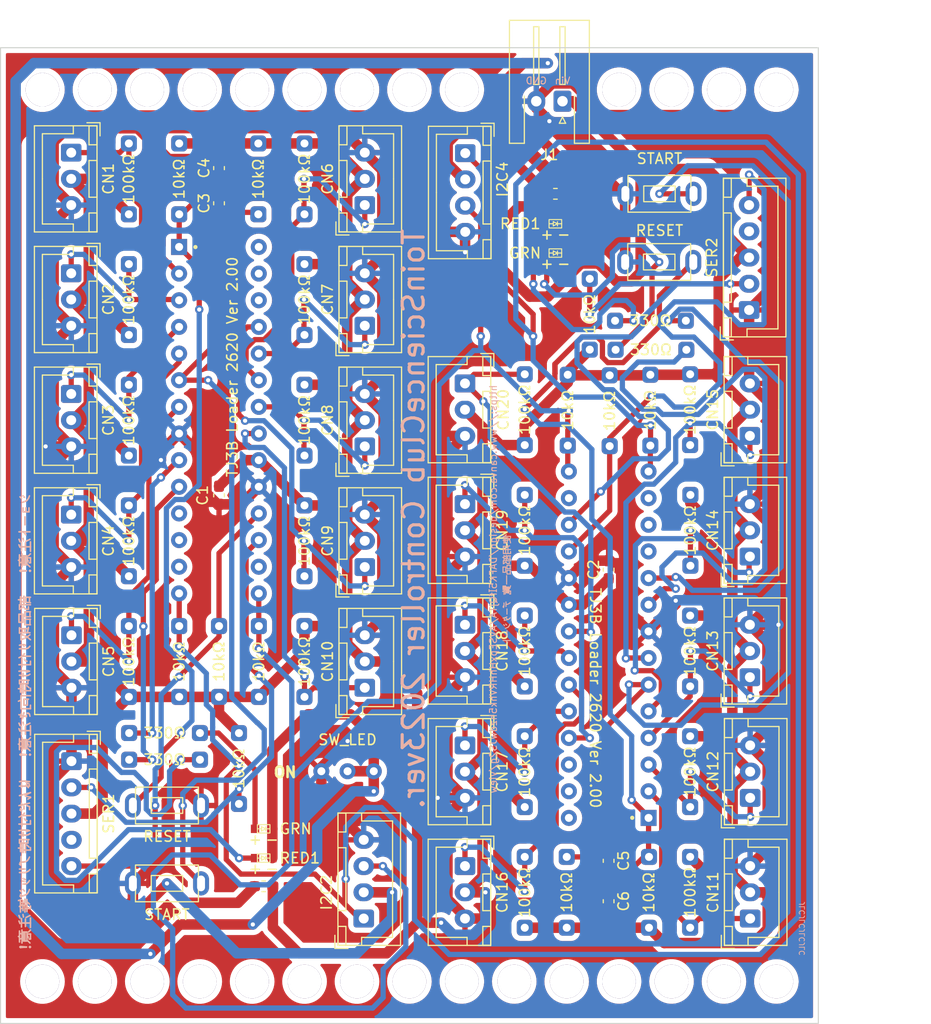
<source format=kicad_pcb>
(kicad_pcb (version 20211014) (generator pcbnew)
  (layers (0 "F.Cu" signal) (31 "B.Cu" signal) (34 "B.Paste" user) (35 "F.Paste" user) (36 "B.SilkS" user "B.Silkscreen") (37 "F.SilkS" user "F.Silkscreen") (38 "B.Mask" user) (39 "F.Mask" user) (44 "Edge.Cuts" user))
  (net 0 "")
  (net 1 "AD1")
  (net 2 "+5V")
  (net 3 "AD2")
  (net 4 "AD3")
  (net 5 "AD4")
  (net 6 "AD5")
  (net 7 "AD6")
  (net 8 "AD7")
  (net 9 "AD8")
  (net 10 "AD9")
  (net 11 "AD10")
  (net 12 "SCL")
  (net 13 "SDA")
  (net 14 "RA4")
  (net 15 "MCLR")
  (net 16 "TX")
  (net 17 "RX")
  (net 19 "Net-(GRN1-Pad2)")
  (net 27 "AD1_2")
  (net 28 "AD2_2")
  (net 29 "AD3_2")
  (net 30 "AD4_2")
  (net 31 "AD5_2")
  (net 32 "AD6_2")
  (net 33 "AD7_2")
  (net 34 "AD8_2")
  (net 35 "AD9_2")
  (net 36 "AD10_2")
  (net 37 "+5V_I2C")
  (net 38 "LED_GND")
  (net 39 "RA4_2")
  (net 40 "MCLR_2")
  (net 41 "TX_2")
  (net 42 "RX_2")
  (net 44 "MON_LED")
  (net 52 "GND")
  (net 53 "PWR_LED")
  (net 54 "PWR_LED_2")
  (net 55 "MON_LED_2")
  (net 56 "Net-(R16-Pad1)")
  (net 57 "Net-(R66-Pad1)")
  (net 58 "Net-(GRN2-Pad2)")
  (footprint "@TOINIOT^2:PIC16F2620  TJ3BCore CPU" (layer "F.Cu") (at 74 72.898 180)
    (fp_text reference "U2")
    (fp_text value "PIC18F2620")
  )
  (footprint "@TOINIOT^2:R  抵抗" (layer "F.Cu") (at 66 50.5 90)
    (fp_text reference "R60")
    (fp_text value "100kR")
  )
  (footprint "@TOINIOT^2:R  抵抗" (layer "F.Cu") (at 70.005 96.5 90)
    (fp_text reference "R64")
    (fp_text value "10kR")
  )
  (footprint "@TOINIOT^2:SS12D01G4  スライドスイッチ" (layer "F.Cu") (at 49.1 84.96)
    (fp_text reference "SW_LED")
    (fp_text value "SW_DPDT_x2")
  )
  (footprint "Connector_JST:JST_XH_B3B-XH-A_1x03_P2.50mm_Vertical" (layer "F.Cu") (at 60.3 94 -90)
    (fp_text reference "CN16")
    (fp_text value "Conn_01x03_Male")
  )
  (footprint "Connector_JST:JST_XH_B3B-XH-A_1x03_P2.50mm_Vertical" (layer "F.Cu") (at 22.741832 37.5 -90)
    (fp_text reference "CN2")
    (fp_text value "Conn_01x03_Male")
  )
  (footprint "Connector_JST:JST_XH_B4B-XH-A_1x04_P2.50mm_Vertical" (layer "F.Cu") (at 50.641832 99 90)
    (fp_text reference "I2C2")
    (fp_text value "Conn_01x04_Male")
  )
  (footprint "@TOINIOT^2:R  抵抗" (layer "F.Cu") (at 81.775 73.5 -90)
    (fp_text reference "R53")
    (fp_text value "100kR")
  )
  (footprint "@TOINIOT^2:SMLE13WBC8W1  LED_SMD_1608" (layer "F.Cu") (at 68.92 32.78)
    (fp_text reference "RED2")
    (fp_text value "LED")
  )
  (footprint "@TOINIOT^2:R  抵抗" (layer "F.Cu") (at 33.041832 74.5 90)
    (fp_text reference "R11")
    (fp_text value "10kR")
  )
  (footprint "Connector_JST:JST_XH_B3B-XH-A_1x03_P2.50mm_Vertical" (layer "F.Cu") (at 50.741832 54 90)
    (fp_text reference "CN8")
    (fp_text value "Conn_01x03_Male")
  )
  (footprint "Connector_JST:JST_XH_B3B-XH-A_1x03_P2.50mm_Vertical" (layer "F.Cu") (at 60.3 82.5 -90)
    (fp_text reference "CN17")
    (fp_text value "Conn_01x03_Male")
  )
  (footprint "Connector_JST:JST_XH_B3B-XH-A_1x03_P2.50mm_Vertical" (layer "F.Cu") (at 50.741832 31 90)
    (fp_text reference "CN6")
    (fp_text value "Conn_01x03_Male")
  )
  (footprint "Connector_JST:JST_XH_B3B-XH-A_1x03_P2.50mm_Vertical" (layer "F.Cu") (at 87.5 87.5 90)
    (fp_text reference "CN12")
    (fp_text value "Conn_01x03_Male")
  )
  (footprint "@TOINIOT^2:R  抵抗" (layer "F.Cu") (at 66 73.5 90)
    (fp_text reference "R58")
    (fp_text value "100kR")
  )
  (footprint "@TOINIOT^2:R  抵抗" (layer "F.Cu") (at 44.991832 28.5 -90)
    (fp_text reference "R6")
    (fp_text value "100kR")
  )
  (footprint "Connector_JST:JST_XH_B5B-XH-A_1x05_P2.50mm_Vertical" (layer "F.Cu") (at 87.4 41 90)
    (fp_text reference "SER2")
    (fp_text value "Conn_01x05_Male")
  )
  (footprint "Connector_JST:JST_XH_B3B-XH-A_1x03_P2.50mm_Vertical" (layer "F.Cu") (at 50.741832 65.5 90)
    (fp_text reference "CN9")
    (fp_text value "Conn_01x03_Male")
  )
  (footprint "@TOINIOT^2:TVBP06-B043C-B タクトスイッチ小" (layer "F.Cu") (at 78.85 29.925 180)
    (fp_text reference "SW3")
    (fp_text value "DTS25N")
  )
  (footprint "Connector_JST:JST_XH_B3B-XH-A_1x03_P2.50mm_Vertical" (layer "F.Cu") (at 60.3 71 -90)
    (fp_text reference "CN18")
    (fp_text value "Conn_01x03_Male")
  )
  (footprint "@TOINIOT^2:R  抵抗" (layer "F.Cu") (at 77.85 96.5 90)
    (fp_text reference "R63")
    (fp_text value "10kR")
  )
  (footprint "Capacitor_SMD:C_0603_1608Metric_Pad1.08x0.95mm_HandSolder" (layer "F.Cu") (at 74 93.5 -90)
    (fp_text reference "C5")
    (fp_text value "C")
  )
  (footprint "@TOINIOT^2:R  抵抗" (layer "F.Cu") (at 77.978 50.546 -90)
    (fp_text reference "R61")
    (fp_text value "10kR")
  )
  (footprint "@TOINIOT^2:R  抵抗" (layer "F.Cu") (at 28.241832 40 90)
    (fp_text reference "R2")
    (fp_text value "100kR")
  )
  (footprint "@TOINIOT^2:R  抵抗" (layer "F.Cu") (at 70.104 50.546 -90)
    (fp_text reference "R62")
    (fp_text value "10kR")
  )
  (footprint "@TOINIOT^2:R  抵抗" (layer "F.Cu") (at 74.1 50.6 -90)
    (fp_text reference "R91")
    (fp_text value "10kR")
  )
  (footprint "Connector_JST:JST_XH_B3B-XH-A_1x03_P2.50mm_Vertical" (layer "F.Cu") (at 87.5 99 90)
    (fp_text reference "CN11")
    (fp_text value "Conn_01x03_Male")
  )
  (footprint "@TOINIOT^2:TVBP06-B043C-B タクトスイッチ小" (layer "F.Cu") (at 78.825 36.425 180)
    (fp_text reference "SW4")
    (fp_text value "DTS62K")
  )
  (footprint "Connector_JST:JST_XH_B3B-XH-A_1x03_P2.50mm_Vertical" (layer "F.Cu") (at 87.475 64.5 90)
    (fp_text reference "CN14")
    (fp_text value "Conn_01x03_Male")
  )
  (footprint "Capacitor_SMD:C_0603_1608Metric_Pad1.08x0.95mm_HandSolder" (layer "F.Cu") (at 36.841832 58.66 -90)
    (fp_text reference "C1")
    (fp_text value "C")
  )
  (footprint "Inductor_SMD:L_0603_1608Metric_Pad1.05x0.95mm_HandSolder" (layer "F.Cu") (at 41.1 95.925 180)
    (fp_text reference "FB2")
    (fp_text value "FerriteBead")
  )
  (footprint "@TOINIOT^2:R  抵抗" (layer "F.Cu") (at 28.241832 51.5 90)
    (fp_text reference "R3")
    (fp_text value "100kR")
  )
  (footprint "@TOINIOT^2:R  抵抗" (layer "F.Cu") (at 38.741832 84.7 -90)
    (fp_text reference "R39")
    (fp_text value "10kR")
  )
  (footprint "@TOINIOT^2:R  抵抗" (layer "F.Cu") (at 66 62 90)
    (fp_text reference "R59")
    (fp_text value "100kR")
  )
  (footprint "@TOINIOT^2:PIC16F2620  TJ3BCore CPU" (layer "F.Cu") (at 36.841832 51.5)
    (fp_text reference "U1")
    (fp_text value "PIC18F2620")
  )
  (footprint "@TOINIOT^2:R  抵抗" (layer "F.Cu") (at 40.641832 74.5 90)
    (fp_text reference "R12")
    (fp_text value "10kR")
  )
  (footprint "@TOINIOT^2:R  抵抗" (layer "F.Cu") (at 33.041832 28.5 -90)
    (fp_text reference "R13")
    (fp_text value "10kR")
  )
  (footprint "Connector_JST:JST_XH_B3B-XH-A_1x03_P2.50mm_Vertical" (layer "F.Cu") (at 22.741832 60.5 -90)
    (fp_text reference "CN4")
    (fp_text value "Conn_01x03_Male")
  )
  (footprint "@TOINIOT^2:R  抵抗" (layer "F.Cu") (at 31.645 81.32 180)
    (fp_text reference "R15")
    (fp_text value "330Ω")
  )
  (footprint "@TOINIOT^2:R  抵抗" (layer "F.Cu") (at 81.775 85 -90)
    (fp_text reference "R54")
    (fp_text value "100kR")
  )
  (footprint "Connector_JST:JST_XH_B5B-XH-A_1x05_P2.50mm_Vertical" (layer "F.Cu") (at 22.766832 84 -90)
    (fp_text reference "SER1")
    (fp_text value "Conn_01x05_Male")
  )
  (footprint "@TOINIOT^2:R  抵抗" (layer "F.Cu") (at 81.775 50.5 -90)
    (fp_text reference "R51")
    (fp_text value "100kR")
  )
  (footprint "@TOINIOT^2:R  抵抗" (layer "F.Cu") (at 44.991832 63 -90)
    (fp_text reference "R9")
    (fp_text value "100kR")
  )
  (footprint "@TOINIOT^2:R  抵抗" (layer "F.Cu") (at 44.991832 40 -90)
    (fp_text reference "R7")
    (fp_text value "100kR")
  )
  (footprint "Connector_JST:JST_XH_B3B-XH-A_1x03_P2.50mm_Vertical" (layer "F.Cu") (at 22.741832 26 -90)
    (fp_text reference "CN1")
    (fp_text value "Conn_01x03_Male")
  )
  (footprint "@TOINIOT^2:R  抵抗" (layer "F.Cu") (at 36.841832 74.5 90)
    (fp_text reference "R41")
    (fp_text value "10kR")
  )
  (footprint "Capacitor_SMD:C_0603_1608Metric_Pad1.08x0.95mm_HandSolder" (layer "F.Cu") (at 36.84 30.8275 90)
    (fp_text reference "C3")
    (fp_text value "C")
  )
  (footprint "@TOINIOT^2:R  抵抗" (layer "F.Cu") (at 81.775 96.5 -90)
    (fp_text reference "R55")
    (fp_text value "100kR")
  )
  (footprint "Connector_JST:JST_XH_B3B-XH-A_1x03_P2.50mm_Vertical" (layer "F.Cu") (at 50.741832 42.5 90)
    (fp_text reference "CN7")
    (fp_text value "Conn_01x03_Male")
  )
  (footprint "Capacitor_SMD:C_0603_1608Metric_Pad1.08x0.95mm_HandSolder" (layer "F.Cu") (at 36.841832 27.475 90)
    (fp_text reference "C4")
    (fp_text value "C")
  )
  (footprint "@TOINIOT^2:TVBP06-B043C-B タクトスイッチ小" (layer "F.Cu") (at 31.875 95.65 180)
    (fp_text reference "SW1")
    (fp_text value "DTS25N")
  )
  (footprint "@TOINIOT^2:R  抵抗" (layer "F.Cu") (at 77.99 42.02)
    (fp_text reference "R66")
    (fp_text value "150Ω")
  )
  (footprint "Connector_JST:JST_XH_B3B-XH-A_1x03_P2.50mm_Vertical" (layer "F.Cu") (at 60.3 48 -90)
    (fp_text reference "CN20")
    (fp_text value "Conn_01x03_Male")
  )
  (footprint "@TOINIOT^2:SMLE13WBC8W1  LED_SMD_1608" (layer "F.Cu") (at 41.1 93.24)
    (fp_text reference "RED1")
    (fp_text value "LED")
  )
  (footprint "Connector_JST:JST_XH_B4B-XH-A_1x04_P2.50mm_Vertical" (layer "F.Cu") (at 60.325 26.05 -90)
    (fp_text reference "I2C4")
    (fp_text value "Conn_01x04_Male")
  )
  (footprint "Connector_JST:JST_XH_B3B-XH-A_1x03_P2.50mm_Vertical" (layer "F.Cu") (at 50.741832 77 90)
    (fp_text reference "CN10")
    (fp_text value "Conn_01x03_Male")
  )
  (footprint "@TOINIOT^2:R  抵抗" (layer "F.Cu") (at 78.04 44.79)
    (fp_text reference "R65")
    (fp_text value "470Ω")
  )
  (footprint "Connector_JST:JST_XH_B3B-XH-A_1x03_P2.50mm_Vertical" (layer "F.Cu") (at 87.475 76 90)
    (fp_text reference "CN13")
    (fp_text value "Conn_01x03_Male")
  )
  (footprint "Connector_JST:JST_XH_B3B-XH-A_1x03_P2.50mm_Vertical" (layer "F.Cu") (at 22.741832 49 -90)
    (fp_text reference "CN3")
    (fp_text value "Conn_01x03_Male")
  )
  (footprint "@TOINIOT^2:R  抵抗" (layer "F.Cu") (at 40.59 28.5 -90)
    (fp_text reference "R14")
    (fp_text value "10kR")
  )
  (footprint "@TOINIOT^2:R  抵抗" (layer "F.Cu") (at 66 85 90)
    (fp_text reference "R57")
    (fp_text value "100kR")
  )
  (footprint "@TOINIOT^2:TVBP06-B043C-B タクトスイッチ小" (layer "F.Cu") (at 31.875 88.225)
    (fp_text reference "SW2")
    (fp_text value "DTS62K")
  )
  (footprint "Capacitor_SMD:C_0603_1608Metric_Pad1.08x0.95mm_HandSolder" (layer "F.Cu") (at 74 65.7525 90)
    (fp_text reference "C2")
    (fp_text value "C")
  )
  (footprint "@TOINIOT^2:SMLE13WBC8W1  LED_SMD_1608" (layer "F.Cu") (at 41.1 90.45)
    (fp_text reference "GRN1")
    (fp_text value "LED")
  )
  (footprint "@TOINIOT^2:R  抵抗" (layer "F.Cu") (at 44.991832 51.5 -90)
    (fp_text reference "R8")
    (fp_text value "100kR")
  )
  (footprint "@TOINIOT^2:R  抵抗" (layer "F.Cu") (at 31.645 83.86 180)
    (fp_text reference "R16")
    (fp_text value "330Ω")
  )
  (footprint "@TOINIOT^2:R  抵抗" (layer "F.Cu") (at 81.8 62 -90)
    (fp_text reference "R52")
    (fp_text value "100kR")
  )
  (footprint "@TOINIOT^2:R  抵抗" (layer "F.Cu") (at 28.241832 74.5 90)
    (fp_text reference "R5")
    (fp_text value "100kR")
  )
  (footprint "Capacitor_SMD:C_0603_1608Metric_Pad1.08x0.95mm_HandSolder" (layer "F.Cu") (at 74 97.35 -90)
    (fp_text reference "C6")
    (fp_text value "C")
  )
  (footprint "Inductor_SMD:L_0603_1608Metric_Pad1.05x0.95mm_HandSolder" (layer "F.Cu") (at 68.925 29.925 180)
    (fp_text reference "FB4")
    (fp_text value "FerriteBead")
  )
  (footprint "@TOINIOT^2:R  抵抗" (layer "F.Cu") (at 44.991832 74.5 -90)
    (fp_text reference "R10")
    (fp_text value "100kR")
  )
  (footprint "Connector_JST:JST_XH_B3B-XH-A_1x03_P2.50mm_Vertical" (layer "F.Cu") (at 60.3 59.5 -90)
    (fp_text reference "CN19")
    (fp_text value "Conn_01x03_Male")
  )
  (footprint "Connector_JST:JST_XH_B3B-XH-A_1x03_P2.50mm_Vertical" (layer "F.Cu") (at 22.766832 72 -90)
    (fp_text reference "CN5")
    (fp_text value "Conn_01x03_Male")
  )
  (footprint "@TOINIOT^2:R  抵抗" (layer "F.Cu") (at 72.2 41.4 90)
    (fp_text reference "R89")
    (fp_text value "10kR")
  )
  (footprint "Connector_JST:JST_XH_S2B-XH-A-1_1x02_P2.50mm_Horizontal" (layer "F.Cu") (at 69.6 21.1 180)
    (fp_text reference "J1")
    (fp_text value "Conn_01x02_Male")
  )
  (footprint "@TOINIOT^2:SMLE13WBC8W1  LED_SMD_1608" (layer "F.Cu") (at 68.92 35.57)
    (fp_text reference "GRN2")
    (fp_text value "LED")
  )
  (footprint "@TOINIOT^2:R  抵抗" (layer "F.Cu") (at 28.241832 63 90)
    (fp_text reference "R4")
    (fp_text value "100kR")
  )
  (footprint "Connector_JST:JST_XH_B3B-XH-A_1x03_P2.50mm_Vertical" (layer "F.Cu") (at 87.475 53 90)
    (fp_text reference "CN15")
    (fp_text value "Conn_01x03_Male")
  )
  (footprint "@TOINIOT^2:R  抵抗" (layer "F.Cu") (at 66 96.5 90)
    (fp_text reference "R56")
    (fp_text value "100kR")
  )
  (footprint "@TOINIOT^2:R  抵抗" (layer "F.Cu") (at 28.241832 28.5 90)
    (fp_text reference "R1")
    (fp_text value "100kR")
  )
  (gr_line (start 62.6 67.85) (end 62.6 67.65) (layer "B.SilkS") (width 0.1))
  (gr_line (start 63.3 67.85) (end 63.3 67.65) (layer "B.SilkS") (width 0.1))
  (gr_rect (start 16 16) (end 94 109) (layer "Edge.Cuts") (width 0.1) (fill none))
  (gr_text "ショート注意!　　部品取り付け時向き注意!　　はんだ付け時ブリッジ等注意!" (at 18.4 102.05 90) (layer "B.SilkS") (effects (font (size 1 1)) (justify right mirror)))
  (gr_text "GND" (at 67.1 19.15) (layer "B.SilkS") (effects (font (size 0.66 0.66) (thickness 0.1)) (justify mirror)))
  (gr_text "https://www.canva.com/design/DAFK5IfQjTA/AVSEpxHhHRVhk5hzdwJS2g/view" (at 63 67.6 90) (layer "B.SilkS") (effects (font (size 0.66 0.66) (thickness 0.1)) (justify mirror)))
  (gr_text "使用部品一覧 データシート" (at 64.35 67.6 90) (layer "B.SilkS") (effects (font (size 0.66 0.66) (thickness 0.1)) (justify mirror)))
  (gr_text "Vin" (at 69.6 19.15) (layer "B.SilkS") (effects (font (size 0.66 0.66) (thickness 0.1)) (justify mirror)))
  (gr_text "ToinScienceClub Controller 2023ver." (at 55.4 60.9 90) (layer "B.SilkS") (effects (font (size 2 2) (thickness 0.3)) (justify mirror)))
  (gr_text "JLCJLCJLCJLC" (at 92.45 99.95 90) (layer "B.SilkS") (effects (font (size 0.5 0.5) (thickness 0.075)) (justify mirror)))
  (gr_text "RED1" (at 42.52 93.24) (layer "F.SilkS") (effects (font (size 1 1)) (justify left)))
  (gr_text "RESET" (at 78.85 33.425) (layer "F.SilkS") (effects (font (size 1 1))))
  (gr_text "ON" (at 43.14 85.06) (layer "F.SilkS") (effects (font (size 1 1) (thickness 0.25))))
  (gr_text "GRN" (at 42.52 90.45) (layer "F.SilkS") (effects (font (size 1 1)) (justify left)))
  (gr_text "100kΩ" (at 66 50.5 90) (layer "F.SilkS") (effects (font (size 1 1))))
  (gr_text "GRN" (at 67.65 35.57) (layer "F.SilkS") (effects (font (size 1 1)) (justify right)))
  (gr_text "START" (at 31.875 98.625) (layer "F.SilkS") (effects (font (size 1 1))))
  (gr_text "START" (at 78.85 26.575) (layer "F.SilkS") (effects (font (size 1 1))))
  (gr_text "RESET" (at 31.875 91.175) (layer "F.SilkS") (effects (font (size 1 1))))
  (gr_text "RED1" (at 67.6 32.78) (layer "F.SilkS") (effects (font (size 1 1)) (justify right)))
  (via (at 50 20) (size 3.2) (drill 3.2) (layers "F.Cu" "B.Cu") (net 0))
  (via (at 35 20) (size 3.2) (drill 3.2) (layers "F.Cu" "B.Cu") (net 0))
  (via (at 55 105) (size 3.2) (drill 3.2) (layers "F.Cu" "B.Cu") (net 0))
  (via (at 70 105) (size 3.2) (drill 3.2) (layers "F.Cu" "B.Cu") (net 0))
  (via (at 50 105) (size 3.2) (drill 3.2) (layers "F.Cu" "B.Cu") (net 0))
  (via (at 75 105) (size 3.2) (drill 3.2) (layers "F.Cu" "B.Cu") (net 0))
  (via (at 35 105) (size 3.2) (drill 3.2) (layers "F.Cu" "B.Cu") (net 0))
  (via (at 85 20) (size 3.2) (drill 3.2) (layers "F.Cu" "B.Cu") (net 0))
  (via (at 60 20) (size 3.2) (drill 3.2) (layers "F.Cu" "B.Cu") (net 0))
  (via (at 85 105) (size 3.2) (drill 3.2) (layers "F.Cu" "B.Cu") (net 0))
  (via (at 80 105) (size 3.2) (drill 3.2) (layers "F.Cu" "B.Cu") (net 0))
  (via (at 90 105) (size 3.2) (drill 3.2) (layers "F.Cu" "B.Cu") (net 0))
  (via (at 45 20) (size 3.2) (drill 3.2) (layers "F.Cu" "B.Cu") (net 0))
  (via (at 65 105) (size 3.2) (drill 3.2) (layers "F.Cu" "B.Cu") (net 0))
  (via (at 40 105) (size 3.2) (drill 3.2) (layers "F.Cu" "B.Cu") (net 0))
  (via (at 90 20) (size 3.2) (drill 3.2) (layers "F.Cu" "B.Cu") (net 0))
  (via (at 20 105) (size 3.2) (drill 3.2) (layers "F.Cu" "B.Cu") (net 0))
  (via (at 40 20) (size 3.2) (drill 3.2) (layers "F.Cu" "B.Cu") (net 0))
  (via (at 25 20) (size 3.2) (drill 3.2) (layers "F.Cu" "B.Cu") (net 0))
  (via (at 30 105) (size 3.2) (drill 3.2) (layers "F.Cu" "B.Cu") (net 0))
  (via (at 25 105) (size 3.2) (drill 3.2) (layers "F.Cu" "B.Cu") (net 0))
  (via (at 80 20) (size 3.2) (drill 3.2) (layers "F.Cu" "B.Cu") (net 0))
  (via (at 45 105) (size 3.2) (drill 3.2) (layers "F.Cu" "B.Cu") (net 0))
  (via (at 60 105) (size 3.2) (drill 3.2) (layers "F.Cu" "B.Cu") (net 0))
  (via (at 30 20) (size 3.2) (drill 3.2) (layers "F.Cu" "B.Cu") (net 0))
  (via (at 75 20) (size 3.2) (drill 3.2) (layers "F.Cu" "B.Cu") (net 0))
  (via (at 20 20) (size 3.2) (drill 3.2) (layers "F.Cu" "B.Cu") (net 0))
  (via (at 55 20) (size 3.2) (drill 3.2) (layers "F.Cu" "B.Cu") (net 0))
  (segment (start 22.741832 26) (end 27.366832 26) (width 0.5) (layer "F.Cu") (net 1))
  (segment (start 29.453352 31.149988) (end 29.453352 33.95152) (width 0.5) (layer "F.Cu") (net 1))
  (segment (start 27.366832 26) (end 28.241832 25.125) (width 0.5) (layer "F.Cu") (net 1))
  (segment (start 28.241832 25.125) (end 28.241832 29.938468) (width 0.5) (layer "F.Cu") (net 1))
  (segment (start 28.241832 29.938468) (end 29.453352 31.149988) (width 0.5) (layer "F.Cu") (net 1))
  (segment (start 29.453352 33.95152) (end 33.031832 37.53) (width 0.5) (layer "F.Cu") (net 1))
  (segment (start 60.467824 96.5) (end 61.97452 94.993304) (width 1) (layer "F.Cu") (net 2))
  (segment (start 61.97452 83.493304) (end 61.97452 75.17452) (width 1) (layer "F.Cu") (net 2))
  (segment (start 61.97452 86.67452) (end 60.3 85) (width 1) (layer "F.Cu") (net 2))
  (segment (start 58.021857 99.396857) (end 58.025 99.4) (width 1) (layer "F.Cu") (net 2))
  (segment (start 85.80048 83.30048) (end 85.80048 75.006696) (width 1) (layer "F.Cu") (net 2))
  (segment (start 40.676832 55.31) (end 44.991832 59.625) (width 1) (layer "F.Cu") (net 2))
  (segment (start 44.991832 25.125) (end 47.366832 25.125) (width 1) (layer "F.Cu") (net 2))
  (segment (start 24.416352 38.493304) (end 22.909656 40) (width 1) (layer "F.Cu") (net 2))
  (segment (start 49.067312 53.006696) (end 49.067312 61.32548) (width 1) (layer "F.Cu") (net 2))
  (segment (start 22.741832 51.5) (end 24.416352 53.17452) (width 1) (layer "F.Cu") (net 2))
  (segment (start 70.21 69.088) (end 71.527 69.088) (width 1) (layer "F.Cu") (net 2))
  (segment (start 61.97452 94.993304) (end 61.97452 86.67452) (width 1) (layer "F.Cu") (net 2))
  (segment (start 70.005 99.875) (end 66 99.875) (width 1) (layer "F.Cu") (net 2))
  (segment (start 22.766832 74.5) (end 24.866832 74.5) (width 1) (layer "F.Cu") (net 2))
  (segment (start 87.475 50.5) (end 87.307176 50.5) (width 1) (layer "F.Cu") (net 2))
  (segment (start 81.775 93.125) (end 83.47548 94.82548) (width 1) (layer "F.Cu") (net 2))
  (segment (start 87.5 85) (end 85.80048 83.30048) (width 1) (layer "F.Cu") (net 2))
  (segment (start 22.741832 63) (end 24.416352 64.67452) (width 1) (layer "F.Cu") (net 2))
  (segment (start 64.29952 86.67452) (end 66 88.375) (width 1) (layer "F.Cu") (net 2))
  (segment (start 68.700626 31.12452) (end 69.8 30.025146) (width 1) (layer "F.Cu") (net 2))
  (segment (start 60.3 73.5) (end 60.467824 73.5) (width 1) (layer "F.Cu") (net 2))
  (segment (start 70.158 47.225) (end 70.104 47.171) (width 1) (layer "F.Cu") (net 2))
  (segment (start 52.716832 74.5) (end 55.741352 77.52452) (width 1) (layer "F.Cu") (net 2))
  (segment (start 61.97452 75.17452) (end 64.29952 75.17452) (width 1) (layer "F.Cu") (net 2))
  (segment (start 76.177896 38.27452) (end 74.739606 38.27452) (width 1) (layer "F.Cu") (net 2))
  (segment (start 33.041832 77.875) (end 28.241832 77.875) (width 1) (layer "F.Cu") (net 2))
  (segment (start 49.067312 41.506696) (end 50.574008 40) (width 1) (layer "F.Cu") (net 2))
  (segment (start 77.05552 27.559074) (end 77.05552 37.396896) (width 1) (layer "F.Cu") (net 2))
  (segment (start 60.467824 62) (end 61.97452 60.493304) (width 1) (layer "F.Cu") (net 2))
  (segment (start 50.741832 40) (end 49.067312 38.32548) (width 1) (layer "F.Cu") (net 2))
  (segment (start 69.6 21.1) (end 70.596446 21.1) (width 1) (layer "F.Cu") (net 2))
  (segment (start 44.991832 59.625) (end 47.366832 59.625) (width 1) (layer "F.Cu") (net 2))
  (segment (start 22.741832 28.5) (end 24.866832 28.5) (width 1) (layer "F.Cu") (net 2))
  (segment (start 55.741352 99.396857) (end 52.826698 102.311511) (width 1) (layer "F.Cu") (net 2))
  (segment (start 22.741832 51.5) (end 24.866832 51.5) (width 1) (layer "F.Cu") (net 2))
  (segment (start 87.2 62) (end 87.475 62) (width 1) (layer "F.Cu") (net 2))
  (segment (start 61.97452 63.67452) (end 60.3 62) (width 1) (layer "F.Cu") (net 2))
  (segment (start 50.574008 51.5) (end 49.067312 53.006696) (width 1) (layer "F.Cu") (net 2))
  (segment (start 24.866832 51.5) (end 28.241832 54.875) (width 1) (layer "F.Cu") (net 2))
  (segment (start 41.975 99.85) (end 41.975 95.925) (width 1) (layer "F.Cu") (net 2))
  (segment (start 40.641832 77.875) (end 36.841832 77.875) (width 1) (layer "F.Cu") (net 2))
  (segment (start 74.1 47.225) (end 77.924 47.225) (width 1) (layer "F.Cu") (net 2))
  (segment (start 63.449039 33.150961) (end 65.47548 31.12452) (width 1) (layer "F.Cu") (net 2))
  (segment (start 23.041832 63) (end 22.741832 63) (width 1) (layer "F.Cu") (net 2))
  (segment (start 61.97452 75.17452) (end 60.3 73.5) (width 1) (layer "F.Cu") (net 2))
  (segment (start 87.5 85) (end 87.332176 85) (width 1) (layer "F.Cu") (net 2))
  (segment (start 47.366832 59.625) (end 50.741832 63) (width 1) (layer "F.Cu") (net 2))
  (segment (start 52.826698 102.311511) (end 44.436511 102.311511) (width 1) (layer "F.Cu") (net 2))
  (segment (start 68.209434 39.72548) (end 66.468304 39.72548) (width 1) (layer "F.Cu") (net 2))
  (segment (start 60.3 85) (end 60.467824 85) (width 1) (layer "F.Cu") (net 2))
  (segment (start 70.596446 21.1) (end 75.571446 26.075) (width 1) (layer "F.Cu") (net 2))
  (segment (start 86.545056 36) (end 84.500489 38.044567) (width 1) (layer "F.Cu") (net 2))
  (segment (start 47.366832 71.125) (end 50.741832 74.5) (width 1) (layer "F.Cu") (net 2))
  (segment (start 77.85 99.875) (end 70.005 99.875) (width 1) (layer "F.Cu") (net 2))
  (segment (start 24.866832 40) (end 28.241832 43.375) (width 1) (layer "F.Cu") (net 2))
  (segment (start 61.97452 60.493304) (end 61.97452 52.17452) (width 1) (layer "F.Cu") (net 2))
  (segment (start 50.574008 40) (end 50.741832 40) (width 1) (layer "F.Cu") (net 2))
  (segment (start 61.97452 52.17452) (end 60.3 50.5) (width 1) (layer "F.Cu") (net 2))
  (segment (start 85.80048 71.82548) (end 85.80048 63.39952) (width 1) (layer "F.Cu") (net 2))
  (segment (start 70.104 47.171) (end 70.104 47.900944) (width 1) (layer "F.Cu") (net 2))
  (segment (start 60.467824 73.5) (end 61.97452 71.993304) (width 1) (layer "F.Cu") (net 2))
  (segment (start 71.527 69.088) (end 74 66.615) (width 1) (layer "F.Cu") (net 2))
  (segment (start 84.500489 46.724511) (end 84.1 47.125) (width 1) (layer "F.Cu") (net 2))
  (segment (start 50.574008 63) (end 50.741832 63) (width 1) (layer "F.Cu") (net 2))
  (segment (start 61.97452 52.17452) (end 63.675 53.875) (width 1) (layer "F.Cu") (net 2))
  (segment (start 77.924 47.225) (end 77.978 47.171) (width 1) (layer "F.Cu") (net 2))
  (segment (start 22.766832 89) (end 24.948132 89) (width 1) (layer "F.Cu") (net 2))
  (segment (start 55.741352 77.52452) (end 55.741352 99.396857) (width 1) (layer "F.Cu") (net 2))
  (segment (start 47.366832 48.125) (end 50.741832 51.5) (width 1) (layer "F.Cu") (net 2))
  (segment (start 50.741832 74.5) (end 49.067312 72.82548) (width 1) (layer "F.Cu") (net 2))
  (segment (start 49.067312 64.506696) (end 50.574008 63) (width 1) (layer "F.Cu") (net 2))
  (segment (start 81.775 70.125) (end 84.1 70.125) (width 1) (layer "F.Cu") (net 2))
  (segment (start 85.80048 60.32548) (end 87.475 62) (width 1) (layer "F.Cu") (net 2))
  (segment (start 44.991832 71.125) (end 44.991832 73.525) (width 1) (layer "F.Cu") (net 2))
  (segment (start 47.366832 25.125) (end 50.741832 28.5) (width 1) (layer "F.Cu") (net 2))
  (segment (start 81.8 58.625) (end 81.8 59.39904) (width 1) (layer "F.Cu") (net 2))
  (segment (start 22.934656 74.5) (end 22.766832 74.5) (width 1) (layer "F.Cu") (net 2))
  (segment (start 60.467824 85) (end 61.97452 83.493304) (width 1) (layer "F.Cu") (net 2))
  (segment (start 60.3 96.5) (end 60.467824 96.5) (width 1) (layer "F.Cu") (net 2))
  (segment (start 50.741832 74.5) (end 52.716832 74.5) (width 1) (layer "F.Cu") (net 2))
  (segment (start 84.65 33.25) (end 87.4 36) (width 1) (layer "F.Cu") (net 2))
  (segment (start 24.441352 70.556678) (end 24.441352 72.993304) (width 1) (layer "F.Cu") (net 2))
  (segment (start 24.948132 89) (end 25.741343 88.206789) (width 1) (layer "F.Cu") (net 2))
  (segment (start 87.332176 85) (end 85.82548 86.506696) (width 1) (layer "F.Cu") (net 2))
  (segment (start 65.47548 31.12452) (end 68.700626 31.12452) (width 1) (layer "F.Cu") (net 2))
  (segment (start 55.741352 99.396857) (end 58.021857 99.396857) (width 1) (layer "F.Cu") (net 2))
  (segment (start 22.741832 28.5) (end 24.416352 30.17452) (width 1) (layer "F.Cu") (net 2))
  (segment (start 63.675 65.375) (end 66 65.375) (width 1) (layer "F.Cu") (net 2))
  (segment (start 83.429074 27.559074) (end 77.05552 27.559074) (width 1) (layer "F.Cu") (net 2))
  (segment (start 24.416352 41.67452) (end 24.416352 49.993304) (width 1) (layer "F.Cu") (net 2))
  (segment (start 24.416352 30.17452) (end 24.416352 38.493304) (width 1) (layer "F.Cu") (net 2))
  (segment (start 77.05552 37.396896) (end 76.177896 38.27452) (width 1) (layer "F.Cu") (net 2))
  (segment (start 87.831304 101.33652) (end 89.17452 99.993304) (width 1) (layer "F.Cu") (net 2))
  (segment (start 77.978 47.171) (end 81.729 47.171) (width 1) (layer "F.Cu") (net 2))
  (segment (start 44.436511 102.311511) (end 41.975 99.85) (width 1) (layer "F.Cu") (net 2))
  (segment (start 25.741343 80.375489) (end 28.241832 77.875) (width 1) (layer "F.Cu") (net 2))
  (segment (start 74.739606 38.27452) (end 73.028566 36.56348) (width 1) (layer "F.Cu") (net 2))
  (segment (start 73.028566 36.56348) (end 71.371434 36.56348) (width 1) (layer "F.Cu") (net 2))
  (segment (start 50.741832 51.5) (end 49.067312 49.82548) (width 1) (layer "F.Cu") (net 2))
  (segment (start 89.17452 99.993304) (end 89.17452 96.87452) (width 1) (layer "F.Cu") (net 2))
  (segment (start 44.991832 73.525) (end 40.641832 77.875) (width 1) (layer "F.Cu") (net 2))
  (segment (start 84.1 70.125) (end 85.80048 71.82548) (width 1) (layer "F.Cu") (net 2))
  (segment (start 85.82548 94.82548) (end 87.5 96.5) (width 1) (layer "F.Cu") (net 2))
  (segment (start 22.909656 40) (end 22.741832 40) (width 1) (layer "F.Cu") (net 2))
  (segment (start 84.1 47.125) (end 87.475 50.5) (width 1) (layer "F.Cu") (net 2))
  (segment (start 24.441352 72.993304) (end 22.934656 74.5) (width 1) (layer "F.Cu") (net 2))
  (segment (start 50.574008 28.5) (end 50.741832 28.5) (width 1) (layer "F.Cu") (net 2))
  (segment (start 49.067312 38.32548) (end 49.067312 30.006696) (width 1) (layer "F.Cu") (net 2))
  (segment (start 44.991832 48.125) (end 47.366832 48.125) (width 1) (layer "F.Cu") (net 2))
  (segment (start 47.366832 36.625) (end 50.741832 40) (width 1) (layer "F.Cu") (net 2))
  (segment (start 66.497 65.375) (end 70.21 69.088) (width 1) (layer "F.Cu") (net 2))
  (segment (start 22.741832 40) (end 24.416352 41.67452) (width 1) (layer "F.Cu") (net 2))
  (segment (start 89.17452 96.87452) (end 88.8 96.5) (width 1) (layer "F.Cu") (net 2))
  (segment (start 36.841832 79.425) (end 38.741832 81.325) (width 1) (layer "F.Cu") (net 2))
  (segment (start 22.909656 51.5) (end 22.741832 51.5) (width 1) (layer "F.Cu") (net 2))
  (segment (start 50.741832 51.5) (end 50.574008 51.5) (width 1) (layer "F.Cu") (net 2))
  (segment (start 24.866832 28.5) (end 28.241832 31.875) (width 1) (layer "F.Cu") (net 2))
  (segment (start 79.31152 101.33652) (end 87.831304 101.33652) (width 1) (layer "F.Cu") (net 2))
  (segment (start 49.067312 72.82548) (end 49.067312 64.506696) (width 1) (layer "F.Cu") (net 2))
  (segment (start 40.631832 55.31) (end 40.676832 55.31) (width 1) (layer "F.Cu") (net 2))
  (segment (start 84.65 28.78) (end 84.65 33.25) (width 1) (layer "F.Cu") (net 2))
  (segment (start 70.104 47.900944) (end 66 52.004944) (width 1) (layer "F.Cu") (net 2))
  (segment (start 66 52.004944) (end 66 53.875) (width 1) (layer "F.Cu") (net 2))
  (segment (start 66 65.375) (end 66.497 65.375) (width 1) (layer "F.Cu") (net 2))
  (segment (start 24.416352 61.62548) (end 23.041832 63) (width 1) (layer "F.Cu") (net 2))
  (segment (start 87.307176 73.5) (end 87.475 73.5) (width 1) (layer "F.Cu") (net 2))
  (segment (start 61.97452 86.67452) (end 64.29952 86.67452) (width 1) (layer "F.Cu") (net 2))
  (segment (start 85.80048 75.006696) (end 87.307176 73.5) (width 1) (layer "F.Cu") (net 2))
  (segment (start 24.416352 53.17452) (end 24.416352 61.62548) (width 1) (layer "F.Cu") (net 2))
  (segment (start 62.25 96.5) (end 60.3 96.5) (width 1) (layer "F.Cu") (net 2))
  (segment (start 71.371434 36.56348) (end 68.209434 39.72548) (width 1) (layer "F.Cu") (net 2))
  (segment (start 84.125 81.625) (end 85.80048 83.30048) (width 1) (layer "F.Cu") (net 2))
  (segment (start 24.416352 64.67452) (end 24.416352 70.531678) (width 1) (layer "F.Cu") (net 2))
  (segment (start 70.104 47.171) (end 70.104 46.871) (width 1) (layer "F.Cu") (net 2))
  (segment (start 81.775 47.125) (end 84.1 47.125) (width 1) (layer "F.Cu") (net 2))
  (segment (start 81.729 47.171) (end 81.775 47.125) (width 1) (layer "F.Cu") (net 2))
  (segment (start 85.82548 86.506696) (end 85.82548 94.82548) (width 1) (layer "F.Cu") (net 2))
  (segment (start 81.775 81.625) (end 84.125 81.625) (width 1) (layer "F.Cu") (net 2))
  (segment (start 49.067312 49.82548) (end 49.067312 41.506696) (width 1) (layer "F.Cu") (net 2))
  (segment (start 64.29952 75.17452) (end 66 76.875) (width 1) (layer "F.Cu") (net 2))
  (segment (start 87.4 36) (end 86.545056 36) (width 1) (layer "F.Cu") (net 2))
  (segment (start 44.991832 25.125) (end 40.59 25.125) (width 1) (layer "F.Cu") (net 2))
  (segment (start 70.104 46.871) (end 72.2 44.775) (width 1) (layer "F.Cu") (net 2))
  (segment (start 49.067312 61.32548) (end 50.741832 63) (width 1) (layer "F.Cu") (net 2))
  (segment (start 25.741343 88.206789) (end 25.741343 80.375489) (width 1) (layer "F.Cu") (net 2))
  (segment (start 88.8 96.5) (end 87.5 96.5) (width 1) (layer "F.Cu") (net 2))
  (segment (start 63.449039 36.706215) (end 63.449039 33.150961) (width 1) (layer "F.Cu") (net 2))
  (segment (start 84.65 28.78) (end 83.429074 27.559074) (width 1) (layer "F.Cu") (net 2))
  (segment (start 24.866832 74.5) (end 28.241832 77.875) (width 1) (layer "F.Cu") (net 2))
  (segment (start 24.866832 63) (end 28.241832 66.375) (width 1) (layer "F.Cu") (net 2))
  (segment (start 63.675 53.875) (end 66 53.875) (width 1) (layer "F.Cu") (net 2))
  (segment (start 24.416352 70.531678) (end 24.441352 70.556678) (width 1) (layer "F.Cu") (net 2))
  (segment (start 24.416352 49.993304) (end 22.909656 51.5) (width 1) (layer "F.Cu") (net 2))
  (segment (start 87.307176 50.5) (end 85.80048 52.006696) (width 1) (layer "F.Cu") (net 2))
  (segment (start 44.991832 36.625) (end 47.366832 36.625) (width 1) (layer "F.Cu") (net 2))
  (segment (start 74.1 47.225) (end 70.158 47.225) (width 1) (layer "F.Cu") (net 2))
  (segment (start 61.97452 71.993304) (end 61.97452 63.67452) (width 1) (layer "F.Cu") (net 2))
  (segment (start 22.741832 40) (end 24.866832 40) (width 1) (layer "F.Cu") (net 2))
  (segment (start 36.841832 77.875) (end 33.041832 77.875) (width 1) (layer "F.Cu") (net 2))
  (segment (start 40.59 25.125) (end 33.041832 25.125) (width 1) (layer "F.Cu") (net 2))
  (segment (start 77.85 99.875) (end 79.31152 101.33652) (width 1) (layer "F.Cu") (net 2))
  (segment (start 22.741832 63) (end 24.866832 63) (width 1) (layer "F.Cu") (net 2))
  (segment (start 85.80048 52.006696) (end 85.80048 60.32548) (width 1) (layer "F.Cu") (net 2))
  (segment (start 36.841832 77.875) (end 36.841832 79.425) (width 1) (layer "F.Cu") (net 2))
  (segment (start 60.3 62) (end 60.467824 62) (width 1) (layer "F.Cu") (net 2))
  (segment (start 49.067312 30.006696) (end 50.574008 28.5) (width 1) (layer "F.Cu") (net 2))
  (segment (start 66.468304 39.72548) (end 63.449039 36.706215) (width 1) (layer "F.Cu") (net 2))
  (segment (start 40.631832 55.31) (end 39.329332 55.31) (width 1) (layer "F.Cu") (net 2))
  (segment (start 61.97452 63.67452) (end 63.675 65.375) (width 1) (layer "F.Cu") (net 2))
  (segment (start 84.500489 38.044567) (end 84.500489 46.724511) (width 1) (layer "F.Cu") (net 2))
  (segment (start 75.571446 26.075) (end 77.05552 27.559074) (width 1) (layer "F.Cu") (net 2))
  (segment (start 44.991832 71.125) (end 47.366832 71.125) (width 1) (layer "F.Cu") (net 2))
  (segment (start 81.8 59.39904) (end 85.80048 63.39952) (width 1) (layer "F.Cu") (net 2))
  (segment (start 87.475 73.5) (end 85.80048 71.82548) (width 1) (layer "F.Cu") (net 2))
  (segment (start 39.329332 55.31) (end 36.841832 57.7975) (width 1) (layer "F.Cu") (net 2))
  (segment (start 85.80048 63.39952) (end 87.2 62) (width 1) (layer "F.Cu") (net 2))
  (segment (start 83.47548 94.82548) (end 85.82548 94.82548) (width 1) (layer "F.Cu") (net 2))
  (segment (start 69.8 30.025146) (end 69.8 29.925) (width 1) (layer "F.Cu") (net 2))
  (via (at 58.025 99.4) (size 0.8) (drill 0.4) (layers "F.Cu" "B.Cu") (net 2))
  (via (at 62.25 96.5) (size 0.8) (drill 0.4) (layers "F.Cu" "B.Cu") (net 2))
  (segment (start 58.025 99.4) (end 59.17452 100.54952) (width 1) (layer "B.Cu") (net 2))
  (segment (start 59.17452 100.54952) (end 60.5 100.54952) (width 1) (layer "B.Cu") (net 2))
  (segment (start 62.25 99.366352) (end 62.25 96.5) (width 1) (layer "B.Cu") (net 2))
  (segment (start 60.5 100.54952) (end 61.066832 100.54952) (width 1) (layer "B.Cu") (net 2))
  (segment (start 61.066832 100.54952) (end 62.25 99.366352) (width 1) (layer "B.Cu") (net 2))
  (segment (start 22.741832 37.5) (end 22.741832 35.7) (width 0.5) (layer "F.Cu") (net 3))
  (segment (start 32.961832 40) (end 33.031832 40.07) (width 0.5) (layer "F.Cu") (net 3))
  (segment (start 28.241832 40) (end 28.241832 36.625) (width 0.5) (layer "F.Cu") (net 3))
  (segment (start 28.241832 40) (end 32.961832 40) (width 0.5) (layer "F.Cu") (net 3))
  (via (at 28.241832 40) (size 0.8) (drill 0.4) (layers "F.Cu" "B.Cu") (net 3))
  (via (at 22.741832 35.7) (size 0.8) (drill 0.4) (layers "F.Cu" "B.Cu") (net 3))
  (segment (start 23.941832 35.7) (end 28.241832 40) (width 0.5) (layer "B.Cu") (net 3))
  (segment (start 22.741832 35.7) (end 23.941832 35.7) (width 0.5) (layer "B.Cu") (net 3))
  (segment (start 28.241832 51.5) (end 28.241832 48.125) (width 0.5) (layer "F.Cu") (net 4))
  (segment (start 22.741832 49) (end 22.741832 47.2) (width 0.5) (layer "F.Cu") (net 4))
  (segment (start 28.241832 48.125) (end 28.241832 47.4) (width 0.5) (layer "F.Cu") (net 4))
  (segment (start 28.241832 47.4) (end 33.031832 42.61) (width 0.5) (layer "F.Cu") (net 4))
  (via (at 28.241832 51.5) (size 0.8) (drill 0.4) (layers "F.Cu" "B.Cu") (net 4))
  (via (at 22.741832 47.2) (size 0.8) (drill 0.4) (layers "F.Cu" "B.Cu") (net 4))
  (segment (start 22.741832 47.2) (end 23.941832 47.2) (width 0.5) (layer "B.Cu") (net 4))
  (segment (start 23.941832 47.2) (end 28.241832 51.5) (width 0.5) (layer "B.Cu") (net 4))
  (segment (start 22.741832 60.5) (end 22.741832 58.901832) (width 0.5) (layer "F.Cu") (net 5))
  (segment (start 28.24 59.626832) (end 28.241832 59.625) (width 0.5) (layer "F.Cu") (net 5))
  (segment (start 33.031832 45.15) (end 33.031832 45.976664) (width 0.5) (layer "F.Cu") (net 5))
  (segment (start 22.741832 58.901832) (end 22.74 58.9) (width 0.5) (layer "F.Cu") (net 5))
  (segment (start 29.453353 58.413479) (end 28.241832 59.625) (width 0.5) (layer "F.Cu") (net 5))
  (segment (start 29.453353 49.555143) (end 29.453353 58.413479) (width 0.5) (layer "F.Cu") (net 5))
  (segment (start 28.24 63) (end 28.24 59.626832) (width 0.5) (layer "F.Cu") (net 5))
  (segment (start 33.031832 45.976664) (end 29.453353 49.555143) (width 0.5) (layer "F.Cu") (net 5))
  (via (at 28.24 63) (size 0.8) (drill 0.4) (layers "F.Cu" "B.Cu") (net 5))
  (via (at 22.74 58.9) (size 0.8) (drill 0.4) (layers "F.Cu" "B.Cu") (net 5))
  (segment (start 24.14 58.9) (end 28.24 63) (width 0.5) (layer "B.Cu") (net 5))
  (segment (start 22.74 58.9) (end 24.14 58.9) (width 0.5) (layer "B.Cu") (net 5))
  (segment (start 33.031832 50.23) (end 30.152872 53.10896) (width 0.5) (layer "F.Cu") (net 6))
  (segment (start 30.152872 66.400492) (end 28.241832 68.311532) (width 0.5) (layer "F.Cu") (net 6))
  (segment (start 30.152872 53.10896) (end 30.152872 66.400492) (width 0.5) (layer "F.Cu") (net 6))
  (segment (start 22.766832 70.225) (end 22.741832 70.2) (width 0.5) (layer "F.Cu") (net 6))
  (segment (start 22.766832 72) (end 22.766832 70.225) (width 0.5) (layer "F.Cu") (net 6))
  (segment (start 28.241832 68.311532) (end 28.241832 71.125) (width 0.5) (layer "F.Cu") (net 6))
  (segment (start 28.241832 74.5) (end 28.241832 71.125) (width 0.5) (layer "F.Cu") (net 6))
  (via (at 22.741832 70.2) (size 0.8) (drill 0.4) (layers "F.Cu" "B.Cu") (net 6))
  (via (at 28.241832 74.5) (size 0.8) (drill 0.4) (layers "F.Cu" "B.Cu") (net 6))
  (segment (start 22.741832 70.2) (end 23.941832 70.2) (width 0.5) (layer "B.Cu") (net 6))
  (segment (start 23.941832 70.2) (end 28.241832 74.5) (width 0.5) (layer "B.Cu") (net 6))
  (segment (start 40.246985 43.821511) (end 41.133657 43.821511) (width 0.5) (layer "F.Cu") (net 7))
  (segment (start 44.941832 28.5) (end 44.941832 31.825) (width 0.5) (layer "F.Cu") (net 7))
  (segment (start 39.420321 46.478489) (end 39.420321 44.648175) (width 0.5) (layer "F.Cu") (net 7))
  (segment (start 43.780312 41.174856) (end 43.780312 33.08652) (width 0.5) (layer "F.Cu") (net 7))
  (segment (start 39.420321 44.648175) (end 40.246985 43.821511) (width 0.5) (layer "F.Cu") (net 7))
  (segment (start 43.780312 33.08652) (end 44.991832 31.875) (width 0.5) (layer "F.Cu") (net 7))
  (segment (start 40.631832 47.69) (end 39.420321 46.478489) (width 0.5) (layer "F.Cu") (net 7))
  (segment (start 44.941832 31.825) (end 44.991832 31.875) (width 0.5) (layer "F.Cu") (net 7))
  (segment (start 50.741832 31) (end 50.741832 32.8) (width 0.5) (layer "F.Cu") (net 7))
  (segment (start 41.133657 43.821511) (end 43.780312 41.174856) (width 0.5) (layer "F.Cu") (net 7))
  (via (at 50.741832 32.8) (size 0.8) (drill 0.4) (layers "F.Cu" "B.Cu") (net 7))
  (via (at 44.941832 28.5) (size 0.8) (drill 0.4) (layers "F.Cu" "B.Cu") (net 7))
  (segment (start 46.441832 28.5) (end 44.941832 28.5) (width 0.5) (layer "B.Cu") (net 7))
  (segment (start 50.741832 32.8) (end 46.441832 28.5) (width 0.5) (layer "B.Cu") (net 7))
  (segment (start 43.216832 45.15) (end 44.991832 43.375) (width 0.5) (layer "F.Cu") (net 8))
  (segment (start 40.631832 45.15) (end 43.216832 45.15) (width 0.5) (layer "F.Cu") (net 8))
  (segment (start 44.941832 43.325) (end 44.991832 43.375) (width 0.5) (layer "F.Cu") (net 8))
  (segment (start 44.941832 40) (end 44.941832 43.325) (width 0.5) (layer "F.Cu") (net 8))
  (segment (start 50.741832 42.5) (end 50.741832 44.3) (width 0.5) (layer "F.Cu") (net 8))
  (via (at 44.941832 40) (size 0.8) (drill 0.4) (layers "F.Cu" "B.Cu") (net 8))
  (via (at 50.741832 44.3) (size 0.8) (drill 0.4) (layers "F.Cu" "B.Cu") (net 8))
  (segment (start 50.741832 44.3) (end 49.241832 44.3) (width 0.5) (layer "B.Cu") (net 8))
  (segment (start 49.241832 44.3) (end 44.941832 40) (width 0.5) (layer "B.Cu") (net 8))
  (segment (start 50.741832 54) (end 50.741832 55.8) (width 0.5) (layer "F.Cu") (net 9))
  (segment (start 43.671832 50.23) (end 44.941832 51.5) (width 0.5) (layer "F.Cu") (net 9))
  (segment (start 40.631832 50.23) (end 43.671832 50.23) (width 0.5) (layer "F.Cu") (net 9))
  (segment (start 44.941832 51.5) (end 44.941832 54.825) (width 0.5) (layer "F.Cu") (net 9))
  (segment (start 44.941832 54.825) (end 44.991832 54.875) (width 0.5) (layer "F.Cu") (net 9))
  (via (at 44.941832 51.5) (size 0.8) (drill 0.4) (layers "F.Cu" "B.Cu") (net 9))
  (via (at 50.741832 55.8) (size 0.8) (drill 0.4) (layers "F.Cu" "B.Cu") (net 9))
  (segment (start 50.741832 55.8) (end 46.441832 51.5) (width 0.5) (layer "B.Cu") (net 9))
  (segment (start 46.441832 51.5) (end 44.941832 51.5) (width 0.5) (layer "B.Cu") (net 9))
  (segment (start 38.720802 43.4434) (end 39.554202 42.61) (width 0.5) (layer "F.Cu") (net 10))
  (segment (start 38.720801 50.945801) (end 38.720802 43.4434) (width 0.5) (layer "F.Cu") (net 10))
  (segment (start 44.941832 66.325) (end 44.991832 66.375) (width 0.5) (layer "F.Cu") (net 10))
  (segment (start 50.741832 65.5) (end 50.741832 67.3) (width 0.5) (layer "F.Cu") (net 10))
  (segment (start 44.941832 63) (end 44.941832 66.325) (width 0.5) (layer "F.Cu") (net 10))
  (segment (start 39.554202 42.61) (end 40.631832 42.61) (width 0.5) (layer "F.Cu") (net 10))
  (segment (start 39.325 51.55) (end 38.720801 50.945801) (width 0.5) (layer "F.Cu") (net 10))
  (via (at 44.941832 63) (size 0.8) (drill 0.4) (layers "F.Cu" "B.Cu") (net 10))
  (via (at 50.741832 67.3) (size 0.8) (drill 0.4) (layers "F.Cu" "B.Cu") (net 10))
  (via (at 39.325 51.55) (size 0.8) (drill 0.4) (layers "F.Cu" "B.Cu") (net 10))
  (segment (start 41.125168 51.55) (end 43.780312 54.205144) (width 0.5) (layer "B.Cu") (net 10))
  (segment (start 50.741832 67.3) (end 49.241832 67.3) (width 0.5) (layer "B.Cu") (net 10))
  (segment (start 49.241832 67.3) (end 44.941832 63) (width 0.5) (layer "B.Cu") (net 10))
  (segment (start 43.780312 54.205144) (end 43.780312 61.83848) (width 0.5) (layer "B.Cu") (net 10))
  (segment (start 43.780312 61.83848) (end 44.941832 63) (width 0.5) (layer "B.Cu") (net 10))
  (segment (start 41.125168 51.55) (end 39.325 51.55) (width 0.5) (layer "B.Cu") (net 10))
  (segment (start 44.991832 75.9) (end 44.991832 77.875) (width 0.5) (layer "F.Cu") (net 11))
  (segment (start 50.741832 77) (end 45.866832 77) (width 0.5) (layer "F.Cu") (net 11))
  (segment (start 39.325 52.775) (end 40.626832 52.775) (width 0.5) (layer "F.Cu") (net 11))
  (segment (start 45.866832 77) (end 44.991832 77.875) (width 0.5) (layer "F.Cu") (net 11))
  (segment (start 40.626832 52.775) (end 40.631832 52.77) (width 0.5) (layer "F.Cu") (net 11))
  (via (at 39.325 52.775) (size 0.8) (drill 0.4) (layers "F.Cu" "B.Cu") (net 11))
  (via (at 44.991832 75.9) (size 0.8) (drill 0.4) (layers "F.Cu" "B.Cu") (net 11))
  (segment (start 40.691832 54.098489) (end 39.723489 54.098489) (width 0.5) (layer "B.Cu") (net 11))
  (segment (start 41.133657 54.098489) (end 43.080792 56.045624) (width 0.5) (layer "B.Cu") (net 11))
  (segment (start 40.691832 54.098489) (end 41.133657 54.098489) (width 0.5) (layer "B.Cu") (net 11))
  (segment (start 39.325 53.7) (end 39.325 52.775) (width 0.5) (layer "B.Cu") (net 11))
  (segment (start 43.080792 73.98896) (end 44.991832 75.9) (width 0.5) (layer "B.Cu") (net 11))
  (segment (start 43.080792 56.045624) (end 43.080792 73.98896) (width 0.5) (layer "B.Cu") (net 11))
  (segment (start 39.723489 54.098489) (end 39.325 53.7) (width 0.5) (layer "B.Cu") (net 11))
  (segment (start 33.041832 71.125) (end 33.041832 68.02) (width 0.5) (layer "F.Cu") (net 12))
  (segment (start 77.978 53.921) (end 77.978 56.22) (width 0.5) (layer "F.Cu") (net 12))
  (segment (start 77.978 56.22) (end 77.81 56.388) (width 0.5) (layer "F.Cu") (net 12))
  (segment (start 48.845 97.62) (end 48.845 95.3) (width 0.5) (layer "F.Cu") (net 12))
  (segment (start 37.530312 85.664688) (end 37.530312 93.370312) (width 0.5) (layer "F.Cu") (net 12))
  (segment (start 62.499519 37.099519) (end 66.8 41.4) (width 0.5) (layer "F.Cu") (net 12))
  (segment (start 66.8 43.5) (end 66.8 41.4) (width 0.5) (layer "F.Cu") (net 12))
  (segment (start 38.73 84.465) (end 37.530312 85.664688) (width 0.5) (layer "F.Cu") (net 12))
  (segment (start 62.499519 28.224519) (end 62.499519 37.099519) (width 0.5) (layer "F.Cu") (net 12))
  (segment (start 48.845 95.3) (end 48.925 95.22) (width 0.5) (layer "F.Cu") (net 12))
  (segment (start 60.325 26.05) (end 62.499519 28.224519) (width 0.5) (layer "F.Cu") (net 12))
  (segment (start 45.99 94.765) (end 48.845 97.62) (width 0.5) (layer "F.Cu") (net 12))
  (segment (start 50.641832 99) (end 50.225 99) (width 0.5) (layer "F.Cu") (net 12))
  (segment (start 50.225 99) (end 48.845 97.62) (width 0.5) (layer "F.Cu") (net 12))
  (segment (start 78 53.899) (end 77.978 53.921) (width 0.5) (layer "F.Cu") (net 12))
  (segment (start 33.041832 68.02) (end 33.031832 68.01) (width 0.5) (layer "F.Cu") (net 12))
  (segment (start 37.530312 93.370312) (end 38.925 94.765) (width 0.5) (layer "F.Cu") (net 12))
  (segment (start 78 52) (end 78 53.899) (width 0.5) (layer "F.Cu") (net 12))
  (segment (start 38.925 94.765) (end 45.99 94.765) (width 0.5) (layer "F.Cu") (net 12))
  (segment (start 33.041832 73.05) (end 33.041832 71.125) (width 0.5) (layer "F.Cu") (net 12))
  (via (at 66.8 43.5) (size 0.8) (drill 0.4) (layers "F.Cu" "B.Cu") (net 12))
  (via (at 33.041832 73.05) (size 0.8) (drill 0.4) (layers "F.Cu" "B.Cu") (net 12))
  (via (at 38.73 84.465) (size 0.8) (drill 0.4) (layers "F.Cu" "B.Cu") (net 12))
  (via (at 48.925 95.22) (size 0.8) (drill 0.4) (layers "F.Cu" "B.Cu") (net 12))
  (via (at 78 52) (size 0.8) (drill 0.4) (layers "F.Cu" "B.Cu") (net 12))
  (segment (start 88.48 102.425) (end 92.095 98.81) (width 0.5) (layer "B.Cu") (net 12))
  (segment (start 74.1 49.3) (end 76.8 52) (width 0.5) (layer "B.Cu") (net 12))
  (segment (start 65.145 29.035) (end 65.145 41.845) (width 0.5) (layer "B.Cu") (net 12))
  (segment (start 65.145 41.845) (end 66.8 43.5) (width 0.5) (layer "B.Cu") (net 12))
  (segment (start 92.095 28.085) (end 89.015 25.005) (width 0.5) (layer "B.Cu") (net 12))
  (segment (start 36.23152 80.75122) (end 36.23152 79.21152) (width 0.5) (layer "B.Cu") (net 12))
  (segment (start 66.8 45.803532) (end 66.8 43.5) (width 0.5) (layer "B.Cu") (net 12))
  (segment (start 70.296468 49.3) (end 66.8 45.803532) (width 0.5) (layer "B.Cu") (net 12))
  (segment (start 55.49 99.11) (end 58.805 102.425) (width 0.5) (layer "B.Cu") (net 12))
  (segment (start 48.925 95.22) (end 48.925 90.265) (width 0.5) (layer "B.Cu") (net 12))
  (segment (start 76.8 52) (end 78 52) (width 0.5) (layer "B.Cu") (net 12))
  (segment (start 50.77 88.42) (end 52.34 88.42) (width 0.5) (layer "B.Cu") (net 12))
  (segment (start 55.49 91.57) (end 55.49 99.11) (width 0.5) (layer "B.Cu") (net 12))
  (segment (start 74.1 49.3) (end 70.296468 49.3) (width 0.5) (layer "B.Cu") (net 12))
  (segment (start 36.23152 80.75122) (end 36.23152 81.96652) (width 0.5) (layer "B.Cu") (net 12))
  (segment (start 69.175 25.005) (end 65.145 29.035) (width 0.5) (layer "B.Cu") (net 12))
  (segment (start 58.805 102.425) (end 88.48 102.425) (width 0.5) (layer "B.Cu") (net 12))
  (segment (start 36.23152 81.96652) (end 38.73 84.465) (width 0.5) (layer "B.Cu") (net 12))
  (segment (start 52.34 88.42) (end 55.49 91.57) (width 0.5) (layer "B.Cu") (net 12))
  (segment (start 35.630312 75.63848) (end 33.041832 73.05) (width 0.5) (layer "B.Cu") (net 12))
  (segment (start 36.23152 79.21152) (end 35.630312 78.610312) (width 0.5) (layer "B.Cu") (net 12))
  (segment (start 35.630312 78.610312) (end 35.630312 75.63848) (width 0.5) (layer "B.Cu") (net 12))
  (segment (start 48.925 90.265) (end 50.77 88.42) (width 0.5) (layer "B.Cu") (net 12))
  (segment (start 89.015 25.005) (end 69.175 25.005) (width 0.5) (layer "B.Cu") (net 12))
  (segment (start 92.095 98.81) (end 92.095 28.085) (width 0.5) (layer "B.Cu") (net 12))
  (segment (start 60.325 31.05) (end 61.8 32.525) (width 0.5) (layer "F.Cu") (net 13))
  (segment (start 70.104 53.921) (end 70.104 56.282) (width 0.5) (layer "F.Cu") (net 13))
  (segment (start 70.104 53.921) (end 70.104 50.696) (width 0.5) (layer "F.Cu") (net 13))
  (segment (start 40.631832 68.01) (end 40.631832 71.115) (width 0.5) (layer "F.Cu") (net 13))
  (segment (start 70.104 56.282) (end 70.21 56.388) (width 0.5) (layer "F.Cu") (net 13))
  (segment (start 40.641832 71.125) (end 40.641832 73.3) (width 0.5) (layer "F.Cu") (net 13))
  (segment (start 61.8 43.5) (end 61.8 41.4) (width 0.5) (layer "F.Cu") (net 13))
  (segment (start 52.46 94) (end 52.465 94.005) (width 0.5) (layer "F.Cu") (net 13))
  (segment (start 70.104 50.696) (end 70.2 50.6) (width 0.5) (layer "F.Cu") (net 13))
  (segment (start 40.631832 71.115) (end 40.641832 71.125) (width 0.5) (layer "F.Cu") (net 13))
  (segment (start 50.641832 94) (end 52.46 94) (width 0.5) (layer "F.Cu") (net 13))
  (segment (start 61.8 32.525) (end 61.8 41.4) (width 0.5) (layer "F.Cu") (net 13))
  (via (at 70.2 50.6) (size 0.8) (drill 0.4) (layers "F.Cu" "B.Cu") (net 13))
  (via (at 61.8 43.5) (size 0.8) (drill 0.4) (layers "F.Cu" "B.Cu") (net 13))
  (via (at 52.465 94.005) (size 0.8) (drill 0.4) (layers "F.Cu" "B.Cu") (net 13))
  (via (at 40.641832 73.3) (size 0.8) (drill 0.4) (layers "F.Cu" "B.Cu") (net 13))
  (segment (start 40.641832 73.3) (end 43.780312 76.43848) (width 0.5) (layer "B.Cu") (net 13))
  (segment (start 61.8 44.861532) (end 61.8 43.5) (width 0.5) (layer "B.Cu") (net 13))
  (segment (start 43.780312 85.600312) (end 43.780312 93.539688) (width 0.5) (layer "B.Cu") (net 13))
  (segment (start 32.42 99.995) (end 32.42 106.27) (width 0.5) (layer "B.Cu") (net 13))
  (segment (start 43.780312 76.43848) (end 43.780312 85.600312) (width 0.5) (layer "B.Cu") (net 13))
  (segment (start 36.005 92.94) (end 32.37 92.94) (width 0.5) (layer "B.Cu") (net 13))
  (segment (start 52.495 106.53) (end 52.495 103.845) (width 0.5) (layer "B.Cu") (net 13))
  (segment (start 57.815 76.52) (end 56.03548 78.29952) (width 0.5) (layer "B.Cu") (net 13))
  (segment (start 30.58 98.155) (end 32.42 99.995) (width 0.5) (layer "B.Cu") (net 13))
  (segment (start 70.2 50.6) (end 67.538468 50.6) (width 0.5) (layer "B.Cu") (net 13))
  (segment (start 30.58 94.73) (end 30.58 98.155) (width 0.5) (layer "B.Cu") (net 13))
  (segment (start 54.655 96.195) (end 52.465 94.005) (width 0.5) (layer "B.Cu") (net 13))
  (segment (start 51.081104 78.29952) (end 43.780312 85.600312) (width 0.5) (layer "B.Cu") (net 13))
  (segment (start 52.495 103.845) (end 54.655 101.685) (width 0.5) (layer "B.Cu") (net 13))
  (segment (start 61.8 44.861532) (end 61.124198 44.861532) (width 0.5) (layer "B.Cu") (net 13))
  (segment (start 57.815 48.17073) (end 57.815 76.52) (width 0.5) (layer "B.Cu") (net 13))
  (segment (start 38.85 95.785) (end 36.005 92.94) (width 0.5) (layer "B.Cu") (net 13))
  (segment (start 61.124198 44.861532) (end 57.815 48.17073) (width 0.5) (layer "B.Cu") (net 13))
  (segment (start 54.655 101.685) (end 54.655 96.195) (width 0.5) (layer "B.Cu") (net 13))
  (segment (start 51.495 107.53) (end 52.495 106.53) (width 0.5) (layer "B.Cu") (net 13))
  (segment (start 56.03548 78.29952) (end 51.081104 78.29952) (width 0.5) (layer "B.Cu") (net 13))
  (segment (start 67.538468 50.6) (end 61.8 44.861532) (width 0.5) (layer "B.Cu") (net 13))
  (segment (start 32.42 106.27) (end 33.68 107.53) (width 0.5) (layer "B.Cu") (net 13))
  (segment (start 43.780312 93.539688) (end 41.535 95.785) (width 0.5) (layer "B.Cu") (net 13))
  (segment (start 41.535 95.785) (end 38.85 95.785) (width 0.5) (layer "B.Cu") (net 13))
  (segment (start 32.37 92.94) (end 30.58 94.73) (width 0.5) (layer "B.Cu") (net 13))
  (segment (start 33.68 107.53) (end 51.495 107.53) (width 0.5) (layer "B.Cu") (net 13))
  (segment (start 33.38 93.905) (end 35.125 95.65) (width 0.5) (layer "F.Cu") (net 14))
  (segment (start 36.84 43.881832) (end 36.84 31.69) (width 0.5) (layer "F.Cu") (net 14))
  (segment (start 36.84 31.69) (end 40.405 31.69) (width 0.5) (layer "F.Cu") (net 14))
  (segment (start 40.405 31.69) (end 40.59 31.875) (width 0.5) (layer "F.Cu") (net 14))
  (segment (start 33.031832 47.69) (end 36.84 43.881832) (width 0.5) (layer "F.Cu") (net 14))
  (segment (start 33.38 88.235) (end 33.38 93.905) (width 0.5) (layer "F.Cu") (net 14))
  (segment (start 33.031832 47.69) (end 35.802372 47.69) (width 0.5) (layer "F.Cu") (net 14))
  (via (at 35.802372 47.69) (size 0.8) (drill 0.4) (layers "F.Cu" "B.Cu") (net 14))
  (via (at 33.38 88.235) (size 0.8) (drill 0.4) (layers "F.Cu" "B.Cu") (net 14))
  (segment (start 38.61073 85.81) (end 34.65 85.81) (width 0.5) (layer "B.Cu") (net 14))
  (segment (start 34.65 85.81) (end 33.38 87.08) (width 0.5) (layer "B.Cu") (net 14))
  (segment (start 41.153832 80.983832) (end 41.153832 83.266898) (width 0.5) (layer "B.Cu") (net 14))
  (segment (start 40.51 80.34) (end 41.153832 80.983832) (width 0.5) (layer "B.Cu") (net 14))
  (segment (start 38.053352 49.94098) (end 38.053352 77.913352) (width 0.5) (layer "B.Cu") (net 14))
  (segment (start 41.153832 83.266898) (end 38.61073 85.81) (width 0.5) (layer "B.Cu") (net 14))
  (segment (start 38.053352 77.913352) (end 40.48 80.34) (width 0.5) (layer "B.Cu") (net 14))
  (segment (start 35.802372 47.69) (end 38.053352 49.94098) (width 0.5) (layer "B.Cu") (net 14))
  (segment (start 40.48 80.34) (end 40.51 80.34) (width 0.5) (layer "B.Cu") (net 14))
  (segment (start 33.38 87.08) (end 33.38 88.235) (width 0.5) (layer "B.Cu") (net 14))
  (segment (start 33.041832 34.98) (end 33.031832 34.99) (width 0.5) (layer "F.Cu") (net 15))
  (segment (start 33.041832 31.875) (end 33.304332 31.875) (width 0.5) (layer "F.Cu") (net 15))
  (segment (start 34.952872 36.91104) (end 33.031832 34.99) (width 0.5) (layer "F.Cu") (net 15))
  (segment (start 33.304332 31.875) (end 36.841832 28.3375) (width 0.5) (layer "F.Cu") (net 15))
  (segment (start 31.319511 85.530489) (end 31.319511 83.240489) (width 0.5) (layer "F.Cu") (net 15))
  (segment (start 34.952872 40.952872) (end 34.952872 36.91104) (width 0.5) (layer "F.Cu") (net 15))
  (segment (start 33.041832 31.875) (end 33.041832 34.98) (width 0.5) (layer "F.Cu") (net 15))
  (segment (start 31.319511 83.240489) (end 33.24 81.32) (width 0.5) (layer "F.Cu") (net 15))
  (segment (start 28.625 88.225) (end 31.319511 85.530489) (width 0.5) (layer "F.Cu") (net 15))
  (via (at 33.24 81.32) (size 0.8) (drill 0.4) (layers "F.Cu" "B.Cu") (net 15))
  (via (at 34.952872 40.952872) (size 0.8) (drill 0.4) (layers "F.Cu" "B.Cu") (net 15))
  (segment (start 33.24 81.163468) (end 34.253352 80.150116) (width 0.5) (layer "B.Cu") (net 15))
  (segment (start 32.646985 59.061511) (end 33.533657 59.061511) (width 0.5) (layer "B.Cu") (net 15))
  (segment (start 34.952872 57.642296) (end 34.952872 40.952872) (width 0.5) (layer "B.Cu") (net 15))
  (segment (start 33.533657 59.061511) (end 34.952872 57.642296) (width 0.5) (layer "B.Cu") (net 15))
  (segment (start 31.830312 71.34) (end 31.820321 71.330009) (width 0.5) (layer "B.Cu") (net 15))
  (segment (start 34.253352 80.150116) (end 34.253352 75.473352) (width 0.5) (layer "B.Cu") (net 15))
  (segment (start 34.253352 75.473352) (end 31.830312 73.050312) (width 0.5) (layer "B.Cu") (net 15))
  (segment (start 33.24 81.32) (end 33.24 81.163468) (width 0.5) (layer "B.Cu") (net 15))
  (segment (start 31.820321 71.330009) (end 31.820321 59.888175) (width 0.5) (layer "B.Cu") (net 15))
  (segment (start 31.820321 59.888175) (end 32.646985 59.061511) (width 0.5) (layer "B.Cu") (net 15))
  (segment (start 31.830312 73.050312) (end 31.830312 71.34) (width 0.5) (layer "B.Cu") (net 15))
  (segment (start 38.741832 86.668168) (end 38.76 86.65) (width 0.5) (layer "F.Cu") (net 16))
  (segment (start 39.420321 64.141511) (end 39.420321 74.628489) (width 0.5) (layer "F.Cu") (net 16))
  (segment (start 22.766832 86.5) (end 24.641832 86.5) (width 0.5) (layer "F.Cu") (net 16))
  (segment (start 38.741832 88.075) (end 38.741832 86.668168) (width 0.5) (layer "F.Cu") (net 16))
  (segment (start 40.631832 62.93) (end 39.420321 64.141511) (width 0.5) (layer "F.Cu") (net 16))
  (segment (start 39.420321 74.628489) (end 40.641832 75.85) (width 0.5) (layer "F.Cu") (net 16))
  (via (at 38.76 86.65) (size 0.8) (drill 0.4) (layers "F.Cu" "B.Cu") (net 16))
  (via (at 24.641832 86.5) (size 0.8) (drill 0.4) (layers "F.Cu" "B.Cu") (net 16))
  (via (at 40.641832 75.85) (size 0.8) (drill 0.4) (layers "F.Cu" "B.Cu") (net 16))
  (segment (start 41.853352 77.06152) (end 41.853352 83.556648) (width 0.5) (layer "B.Cu") (net 16))
  (segment (start 27.966352 89.82452) (end 24.641832 86.5) (width 0.5) (layer "B.Cu") (net 16))
  (segment (start 36.33052 89.07948) (end 36.33052 89.118342) (width 0.5) (layer "B.Cu") (net 16))
  (segment (start 41.853352 83.556648) (end 38.76 86.65) (width 0.5) (layer "B.Cu") (net 16))
  (segment (start 41.853352 77.06152) (end 40.641832 75.85) (width 0.5) (layer "B.Cu") (net 16))
  (segment (start 36.33052 89.118342) (end 35.624342 89.82452) (width 0.5) (layer "B.Cu") (net 16))
  (segment (start 38.76 86.65) (end 36.33052 89.07948) (width 0.5) (layer "B.Cu") (net 16))
  (segment (start 35.624342 89.82452) (end 27.966352 89.82452) (width 0.5) (layer "B.Cu") (net 16))
  (segment (start 30.75 92.275) (end 29.025 94) (width 0.5) (layer "F.Cu") (net 17))
  (segment (start 36.841832 71.125) (end 36.841832 64.18) (width 0.5) (layer "F.Cu") (net 17))
  (segment (start 29.025 94) (end 22.766832 94) (width 0.5) (layer "F.Cu") (net 17))
  (segment (start 36.841832 71.125) (end 36.841832 72.15) (width 0.5) (layer "F.Cu") (net 17))
  (segment (start 36.841832 64.18) (end 40.631832 60.39) (width 0.5) (layer "F.Cu") (net 17))
  (segment (start 30.75 88.225) (end 30.75 92.275) (width 0.5) (layer "F.Cu") (net 17))
  (segment (start 36.841832 72.15) (end 33.041832 75.95) (width 0.5) (layer "F.Cu") (net 17))
  (via (at 30.75 88.225) (size 0.8) (drill 0.4) (layers "F.Cu" "B.Cu") (net 17))
  (via (at 33.041832 75.95) (size 0.8) (drill 0.4) (layers "F.Cu" "B.Cu") (net 17))
  (segment (start 31.319511 84.21188) (end 31.319511 77.660789) (width 0.5) (layer "B.Cu") (net 17))
  (segment (start 33.0303 75.95) (end 33.041832 75.95) (width 0.5) (layer "B.Cu") (net 17))
  (segment (start 31.319511 77.660789) (end 33.0303 75.95) (width 0.5) (layer "B.Cu") (net 17))
  (segment (start 30.75 88.225) (end 30.75 84.781391) (width 0.5) (layer "B.Cu") (net 17))
  (segment (start 30.75 84.781391) (end 31.319511 84.21188) (width 0.5) (layer "B.Cu") (net 17))
  (segment (start 40.275 84.808609) (end 40.275 90.45) (width 0.5) (layer "F.Cu") (net 19))
  (segment (start 36.786391 81.32) (end 40.275 84.808609) (width 0.5) (layer "F.Cu") (net 19))
  (segment (start 35.02 81.32) (end 36.786391 81.32) (width 0.5) (layer "F.Cu") (net 19))
  (segment (start 87.5 99) (end 82.65 99) (width 0.5) (layer "F.Cu") (net 27))
  (segment (start 82.65 99) (end 81.775 99.875) (width 0.5) (layer "F.Cu") (net 27))
  (segment (start 79.06152 97.16152) (end 81.775 99.875) (width 0.5) (layer "F.Cu") (net 27))
  (segment (start 77.81 86.868) (end 79.06152 88.11952) (width 0.5) (layer "F.Cu") (net 27))
  (segment (start 79.06152 88.11952) (end 79.06152 97.16152) (width 0.5) (layer "F.Cu") (net 27))
  (segment (start 81.775 88.375) (end 81.775 88.293) (width 0.5) (layer "F.Cu") (net 28))
  (segment (start 81.775 88.293) (end 77.81 84.328) (width 0.5) (layer "F.Cu") (net 28))
  (segment (start 81.8 85) (end 81.8 88.35) (width 0.5) (layer "F.Cu") (net 28))
  (segment (start 81.8 88.35) (end 81.775 88.375) (width 0.5) (layer "F.Cu") (net 28))
  (segment (start 87.5 87.5) (end 87.5 89.3) (width 0.5) (layer "F.Cu") (net 28))
  (via (at 81.8 85) (size 0.8) (drill 0.4) (layers "F.Cu" "B.Cu") (net 28))
  (via (at 87.5 89.3) (size 0.8) (drill 0.4) (layers "F.Cu" "B.Cu") (net 28))
  (segment (start 87.5 89.3) (end 86.1 89.3) (width 0.5) (layer "B.Cu") (net 28))
  (segment (start 86.1 89.3) (end 81.8 85) (width 0.5) (layer "B.Cu") (net 28))
  (segment (start 87.475 76) (end 87.475 77.775) (width 0.5) (layer "F.Cu") (net 29))
  (segment (start 81.8 76.85) (end 81.775 76.875) (width 0.5) (layer "F.Cu") (net 29))
  (segment (start 81.775 77.823) (end 77.81 81.788) (width 0.5) (layer "F.Cu") (net 29))
  (segment (start 81.8 73.5) (end 81.8 76.85) (width 0.5) (layer "F.Cu") (net 29))
  (segment (start 87.475 77.775) (end 87.5 77.8) (width 0.5) (layer "F.Cu") (net 29))
  (segment (start 81.775 76.875) (end 81.775 77.823) (width 0.5) (layer "F.Cu") (net 29))
  (via (at 81.8 73.5) (size 0.8) (drill 0.4) (layers "F.Cu" "B.Cu") (net 29))
  (via (at 87.5 77.8) (size 0.8) (drill 0.4) (layers "F.Cu" "B.Cu") (net 29))
  (segment (start 87.5 77.8) (end 83.2 73.5) (width 0.5) (layer "B.Cu") (net 29))
  (segment (start 83.2 73.5) (end 81.8 73.5) (width 0.5) (layer "B.Cu") (net 29))
  (segment (start 79.021511 76.206175) (end 78.194847 75.379511) (width 0.5) (layer "F.Cu") (net 30))
  (segment (start 87.400008 66.010008) (end 87.400008 64.574992) (width 0.5) (layer "F.Cu") (net 30))
  (segment (start 76.519511 75.379511) (end 76.49 75.35) (width 0.5) (layer "F.Cu") (net 30))
  (segment (start 81.8 65.375) (end 81.8 62) (width 0.5) (layer "F.Cu") (net 30))
  (segment (start 77.81 79.248) (end 79.021511 78.036489) (width 0.5) (layer "F.Cu") (net 30))
  (segment (start 79.021511 78.036489) (end 79.021511 76.206175) (width 0.5) (layer "F.Cu") (net 30))
  (segment (start 78.194847 75.379511) (end 76.519511 75.379511) (width 0.5) (layer "F.Cu") (net 30))
  (segment (start 87.400008 64.574992) (end 87.475 64.5) (width 0.5) (layer "F.Cu") (net 30))
  (via (at 87.400008 66.010008) (size 0.8) (drill 0.4) (layers "F.Cu" "B.Cu") (net 30))
  (via (at 76.49 75.35) (size 0.8) (drill 0.4) (layers "F.Cu" "B.Cu") (net 30))
  (via (at 81.8 62) (size 0.8) (drill 0.4) (layers "F.Cu" "B.Cu") (net 30))
  (segment (start 82.84 62.795) (end 85.605 65.56) (width 0.5) (layer "B.Cu") (net 30))
  (segment (start 77.192686 62.795) (end 82.84 62.795) (width 0.5) (layer "B.Cu") (net 30))
  (segment (start 76.555 63.432686) (end 77.192686 62.795) (width 0.5) (layer "B.Cu") (net 30))
  (segment (start 85.605 65.56) (end 86.055008 66.010008) (width 0.5) (layer "B.Cu") (net 30))
  (segment (start 76.49 75.35) (end 76.555 75.285) (width 0.5) (layer "B.Cu") (net 30))
  (segment (start 82.045 62) (end 82.84 62.795) (width 0.5) (layer "B.Cu") (net 30))
  (segment (start 76.555 75.285) (end 76.555 63.432686) (width 0.5) (layer "B.Cu") (net 30))
  (segment (start 86.055008 66.010008) (end 87.400008 66.010008) (width 0.5) (layer "B.Cu") (net 30))
  (segment (start 81.8 62) (end 82.045 62) (width 0.5) (layer "B.Cu") (net 30))
  (segment (start 81.775 53.875) (end 81.775 51.805) (width 0.5) (layer "F.Cu") (net 31))
  (segment (start 81.775 51.805) (end 81.77 51.8) (width 0.5) (layer "F.Cu") (net 31))
  (segment (start 87.475 53) (end 87.475 54.775) (width 0.5) (layer "F.Cu") (net 31))
  (segment (start 77.81 74.168) (end 75.6825 74.168) (width 0.5) (layer "F.Cu") (net 31))
  (segment (start 75.6825 74.168) (end 75.6505 74.2) (width 0.5) (layer "F.Cu") (net 31))
  (segment (start 87.475 54.775) (end 87.5 54.8) (width 0.5) (layer "F.Cu") (net 31))
  (via (at 81.77 51.8) (size 0.8) (drill 0.4) (layers "F.Cu" "B.Cu") (net 31))
  (via (at 87.5 54.8) (size 0.8) (drill 0.4) (layers "F.Cu" "B.Cu") (net 31))
  (via (at 75.6505 74.2) (size 0.8) (drill 0.4) (layers "F.Cu" "B.Cu") (net 31))
  (segment (start 80.39952 55.511816) (end 80.39952 53.17048) (width 0.5) (layer "B.Cu") (net 31))
  (segment (start 80.39952 53.17048) (end 81.77 51.8) (width 0.5) (layer "B.Cu") (net 31))
  (segment (start 81.77 51.8) (end 84.5 51.8) (width 0.5) (layer "B.Cu") (net 31))
  (segment (start 75.6505 59.374164) (end 77.425153 57.599511) (width 0.5) (layer "B.Cu") (net 31))
  (segment (start 77.425153 57.599511) (end 78.311825 57.599511) (width 0.5) (layer "B.Cu") (net 31))
  (segment (start 75.6505 74.2) (end 75.6505 59.374164) (width 0.5) (layer "B.Cu") (net 31))
  (segment (start 78.311825 57.599511) (end 80.39952 55.511816) (width 0.5) (layer "B.Cu") (net 31))
  (segment (start 84.5 51.8) (end 87.5 54.8) (width 0.5) (layer "B.Cu") (net 31))
  (segment (start 66 93.125) (end 68.998489 90.126511) (width 0.5) (layer "F.Cu") (net 32))
  (segment (start 71.421511 79.749825) (end 71.421511 77.919511) (width 0.5) (layer "F.Cu") (net 32))
  (segment (start 60.3 94) (end 60.3 92.2) (width 0.5) (layer "F.Cu") (net 32))
  (segment (start 70.711825 80.459511) (end 71.421511 79.749825) (width 0.5) (layer "F.Cu") (net 32))
  (segment (start 68.998489 81.286175) (end 69.825153 80.459511) (width 0.5) (layer "F.Cu") (net 32))
  (segment (start 71.421511 77.919511) (end 70.21 76.708) (width 0.5) (layer "F.Cu") (net 32))
  (segment (start 68.998489 90.126511) (end 68.998489 81.286175) (width 0.5) (layer "F.Cu") (net 32))
  (segment (start 66 96.4) (end 66 93.125) (width 0.5) (layer "F.Cu") (net 32))
  (segment (start 69.825153 80.459511) (end 70.711825 80.459511) (width 0.5) (layer "F.Cu") (net 32))
  (via (at 60.3 92.2) (size 0.8) (drill 0.4) (layers "F.Cu" "B.Cu") (net 32))
  (via (at 66 96.4) (size 0.8) (drill 0.4) (layers "F.Cu" "B.Cu") (net 32))
  (segment (start 60.3 92.2) (end 61.8 92.2) (width 0.5) (layer "B.Cu") (net 32))
  (segment (start 61.8 92.2) (end 66 96.4) (width 0.5) (layer "B.Cu") (net 32))
  (segment (start 68.377 79.248) (end 70.21 79.248) (width 0.5) (layer "F.Cu") (net 33))
  (segment (start 66 85.1) (end 66 81.625) (width 0.5) (layer "F.Cu") (net 33))
  (segment (start 60.3 82.5) (end 60.3 80.7) (width 0.5) (layer "F.Cu") (net 33))
  (segment (start 66 81.625) (end 68.377 79.248) (width 0.5) (layer "F.Cu") (net 33))
  (via (at 60.3 80.7) (size 0.8) (drill 0.4) (layers "F.Cu" "B.Cu") (net 33))
  (via (at 66 85.1) (size 0.8) (drill 0.4) (layers "F.Cu" "B.Cu") (net 33))
  (segment (start 60.3 80.7) (end 61.6 80.7) (width 0.5) (layer "B.Cu") (net 33))
  (segment (start 61.6 80.7) (end 66 85.1) (width 0.5) (layer "B.Cu") (net 33))
  (segment (start 66 73.5) (end 69.542 73.5) (width 0.5) (layer "F.Cu") (net 34))
  (segment (start 66 73.5) (end 66 70.125) (width 0.5) (layer "F.Cu") (net 34))
  (segment (start 60.3 71) (end 60.3 69.2) (width 0.5) (layer "F.Cu") (net 34))
  (segment (start 69.542 73.5) (end 70.21 74.168) (width 0.5) (layer "F.Cu") (net 34))
  (via (at 60.3 69.2) (size 0.8) (drill 0.4) (layers "F.Cu" "B.Cu") (net 34))
  (via (at 66 73.5) (size 0.8) (drill 0.4) (layers "F.Cu" "B.Cu") (net 34))
  (segment (start 60.3 69.2) (end 61.7 69.2) (width 0.5) (layer "B.Cu") (net 34))
  (segment (start 61.7 69.2) (end 66 73.5) (width 0.5) (layer "B.Cu") (net 34))
  (segment (start 72.188 81.788) (end 72.2 81.8) (width 0.5) (layer "F.Cu") (net 35))
  (segment (start 66 62) (end 66 58.625) (width 0.5) (layer "F.Cu") (net 35))
  (segment (start 60.3 59.5) (end 60.3 57.7) (width 0.5) (layer "F.Cu") (net 35))
  (segment (start 70.21 81.788) (end 72.188 81.788) (width 0.5) (layer "F.Cu") (net 35))
  (via (at 72.2 81.8) (size 0.8) (drill 0.4) (layers "F.Cu" "B.Cu") (net 35))
  (via (at 66 62) (size 0.8) (drill 0.4) (layers "F.Cu" "B.Cu") (net 35))
  (via (at 60.3 57.7) (size 0.8) (drill 0.4) (layers "F.Cu" "B.Cu") (net 35))
  (segment (start 72.2 81.8) (end 71.421511 81.021511) (width 0.5) (layer "B.Cu") (net 35))
  (segment (start 64.6 62) (end 66 62) (width 0.5) (layer "B.Cu") (net 35))
  (segment (start 66.7 62.7) (end 66 62) (width 0.5) (layer "B.Cu") (net 35))
  (segment (start 70.615336 62.7) (end 66.7 62.7) (width 0.5) (layer "B.Cu") (net 35))
  (segment (start 71.421511 81.021511) (end 71.421511 63.506175) (width 0.5) (layer "B.Cu") (net 35))
  (segment (start 71.421511 63.506175) (end 70.615336 62.7) (width 0.5) (layer "B.Cu") (net 35))
  (segment (start 60.3 57.7) (end 64.6 62) (width 0.5) (layer "B.Cu") (net 35))
  (segment (start 61.175 47.125) (end 66 47.125) (width 0.5) (layer "F.Cu") (net 36))
  (segment (start 60.3 48) (end 60.35 48) (width 0.5) (layer "F.Cu") (net 36))
  (segment (start 72.228 71.628) (end 72.3 71.7) (width 0.5) (layer "F.Cu") (net 36))
  (segment (start 60.35 48) (end 62.05 49.7) (width 0.5) (layer "F.Cu") (net 36))
  (segment (start 60.3 48) (end 61.175 47.125) (width 0.5) (layer "F.Cu") (net 36))
  (segment (start 70.21 71.628) (end 72.228 71.628) (width 0.5) (layer "F.Cu") (net 36))
  (via (at 72.3 71.7) (size 0.8) (drill 0.4) (layers "F.Cu" "B.Cu") (net 36))
  (via (at 62.05 49.7) (size 0.8) (drill 0.4) (layers "F.Cu" "B.Cu") (net 36))
  (segment (start 62.7 50.35) (end 62.7 53.131336) (width 0.5) (layer "B.Cu") (net 36))
  (segment (start 70.711825 60.256489) (end 69.825153 60.256489) (width 0.5) (layer "B.Cu") (net 36))
  (segment (start 72.3 61.844664) (end 70.711825 60.256489) (width 0.5) (layer "B.Cu") (net 36))
  (segment (start 72.3 71.7) (end 72.3 61.844664) (width 0.5) (layer "B.Cu") (net 36))
  (segment (start 69.825153 60.256489) (end 62.7 53.131336) (width 0.5) (layer "B.Cu") (net 36))
  (segment (start 62.05 49.7) (end 62.7 50.35) (width 0.5) (layer "B.Cu") (net 36))
  (segment (start 54.071136 22.46396) (end 58.65048 27.043304) (width 1) (layer "F.Cu") (net 37))
  (segment (start 58.65048 27.043304) (end 58.65048 25.056696) (width 1) (layer "F.Cu") (net 37))
  (segment (start 60.325 28.55) (end 60.157176 28.55) (width 1) (layer "F.Cu") (net 37))
  (segment (start 19.01 25.335454) (end 21.877518 22.467937) (width 1) (layer "F.Cu") (net 37))
  (segment (start 60.157176 28.55) (end 58.65048 27.043304) (width 1) (layer "F.Cu") (net 37))
  (segment (start 38.65048 97.49952) (end 40.225 95.925) (width 1) (layer "F.Cu") (net 37))
  (segment (start 22.87521 22.46396) (end 54.071136 22.46396) (width 1) (layer "F.Cu") (net 37))
  (segment (start 22.871233 22.467937) (end 22.87521 22.46396) (width 1) (layer "F.Cu") (net 37))
  (segment (start 62.32452 24.19952) (end 68.05 29.925) (width 1) (layer "F.Cu") (net 37))
  (segment (start 19.01 96.865) (end 19.01 25.335454) (width 1) (layer "F.Cu") (net 37))
  (segment (start 59.507656 24.19952) (end 62.32452 24.19952) (width 1) (layer "F.Cu") (net 37))
  (segment (start 31.875 95.721378) (end 27.621857 99.97452) (width 1) (layer "F.Cu") (net 37))
  (segment (start 33.72452 97.49952) (end 38.65048 97.49952) (width 1) (layer "F.Cu") (net 37))
  (segment (start 27.621857 99.97452) (end 22.11952 99.97452) (width 1) (layer "F.Cu") (net 37))
  (segment (start 58.65048 25.056696) (end 59.507656 24.19952) (width 1) (layer "F.Cu") (net 37))
  (segment (start 21.877518 22.467937) (end 22.871233 22.467937) (width 1) (layer "F.Cu") (net 37))
  (segment (start 60.275 28.6) (end 60.325 28.55) (width 1) (layer "F.Cu") (net 37))
  (segment (start 22.11952 99.97452) (end 19.01 96.865) (width 1) (layer "F.Cu") (net 37))
  (segment (start 31.875 95.65) (end 33.72452 97.49952) (width 1) (layer "F.Cu") (net 37))
  (segment (start 50.641832 96.5) (end 53.342312 96.5) (width 1) (layer "F.Cu") (net 37))
  (segment (start 31.875 95.65) (end 31.875 95.721378) (width 1) (layer "F.Cu") (net 37))
  (via (at 53.342312 96.5) (size 0.8) (drill 0.4) (layers "F.Cu" "B.Cu") (net 37))
  (via (at 31.875 95.65) (size 0.8) (drill 0.4) (layers "F.Cu" "B.Cu") (net 37))
  (segment (start 31.875 95.65) (end 38.536511 102.311511) (width 1) (layer "B.Cu") (net 37))
  (segment (start 38.536511 102.311511) (end 49.998145 102.311511) (width 1) (layer "B.Cu") (net 37))
  (segment (start 53.342312 96.5) (end 53.342312 98.967344) (width 1) (layer "B.Cu") (net 37))
  (segment (start 53.342312 98.967344) (end 49.998145 102.311511) (width 1) (layer "B.Cu") (net 37))
  (segment (start 41.925 93.24) (end 41.925 90.45) (width 1) (layer "F.Cu") (net 38))
  (segment (start 49.1 84.96) (end 51.6 84.96) (width 1) (layer "F.Cu") (net 38))
  (segment (start 49.365 79.54) (end 51.6 81.775) (width 1) (layer "F.Cu") (net 38))
  (segment (start 33.1 99.565) (end 40.065 99.565) (width 1) (layer "F.Cu") (net 38))
  (segment (start 69.955 27.16) (end 63.96 21.165) (width 1) (layer "F.Cu") (net 38))
  (segment (start 71.595 30.345) (end 71.595 28.8) (width 1) (layer "F.Cu") (net 38))
  (segment (start 41.925 90.45) (end 41.925 82.95) (width 1) (layer "F.Cu") (net 38))
  (segment (start 41.925 82.95) (end 45.335 79.54) (width 1) (layer "F.Cu") (net 38))
  (segment (start 45.335 79.54) (end 49.365 79.54) (width 1) (layer "F.Cu") (net 38))
  (segment (start 30.295 102.37) (end 33.1 99.565) (width 1) (layer "F.Cu") (net 38))
  (segment (start 69.745 35.57) (end 69.745 32.78) (width 1) (layer "F.Cu") (net 38))
  (segment (start 63.96 19.365) (end 65.855 17.47) (width 1) (layer "F.Cu") (net 38))
  (segment (start 51.6 81.775) (end 51.6 84.96) (width 1) (layer "F.Cu") (net 38))
  (segment (start 51.6 86.875) (end 51.6 84.96) (width 1) (layer "F.Cu") (net 38))
  (segment (start 71.595 30.93) (end 71.595 30.345) (width 1) (layer "F.Cu") (net 38))
  (segment (start 71.595 28.8) (end 69.955 27.16) (width 1) (layer "F.Cu") (net 38))
  (segment (start 65.855 17.47) (end 68.2 17.47) (width 1) (layer "F.Cu") (net 38))
  (segment (start 69.745 32.78) (end 71.595 30.93) (width 1) (layer "F.Cu") (net 38))
  (segment (start 63.96 21.165) (end 63.96 19.365) (width 1) (layer "F.Cu") (net 38))
  (via (at 30.295 102.37) (size 0.8) (drill 0.4) (layers "F.Cu" "B.Cu") (net 38))
  (via (at 68.2 17.47) (size 0.8) (drill 0.4) (layers "F.Cu" "B.Cu") (net 38))
  (via (at 51.6 86.875) (size 0.8) (drill 0.4) (layers "F.Cu" "B.Cu") (net 38))
  (via (at 40.065 99.565) (size 0.8) (drill 0.4) (layers "F.Cu" "B.Cu") (net 38))
  (segment (start 21.75 102.295) (end 21.825 102.37) (width 1) (layer "B.Cu") (net 38))
  (segment (start 17.44 97.985) (end 21.75 102.295) (width 1) (layer "B.Cu") (net 38))
  (segment (start 21.825 102.37) (end 30.295 102.37) (width 1) (layer "B.Cu") (net 38))
  (segment (start 46.2 93.43) (end 46.2 90.34) (width 1) (layer "B.Cu") (net 38))
  (segment (start 68.2 17.47) (end 25.065 17.47) (width 1) (layer "B.Cu") (net 38))
  (segment (start 46.2 90.34) (end 49.665 86.875) (width 1) (layer "B.Cu") (net 38))
  (segment (start 25.065 17.47) (end 19.17 17.47) (width 1) (layer "B.Cu") (net 38))
  (segment (start 19.17 17.47) (end 17.44 19.2) (width 1) (layer "B.Cu") (net 38))
  (segment (start 17.44 19.2) (end 17.44 97.985) (width 1) (layer "B.Cu") (net 38))
  (segment (start 40.065 99.565) (end 46.2 93.43) (width 1) (layer "B.Cu") (net 38))
  (segment (start 49.665 86.875) (end 51.6 86.875) (width 1) (layer "B.Cu") (net 38))
  (segment (start 70.005 93.125) (end 73.5125 93.125) (width 0.5) (layer "F.Cu") (net 39))
  (segment (start 78.85 29.925) (end 82.1 29.925) (width 0.5) (layer "F.Cu") (net 39))
  (segment (start 74 92.6375) (end 74 80.518) (width 0.5) (layer "F.Cu") (net 39))
  (segment (start 73.5125 93.125) (end 74 92.6375) (width 0.5) (layer "F.Cu") (net 39))
  (segment (start 74 80.518) (end 77.81 76.708) (width 0.5) (layer "F.Cu") (net 39))
  (segment (start 77.81 76.708) (end 75.953 76.708) (width 0.5) (layer "F.Cu") (net 39))
  (segment (start 75.953 76.708) (end 75.945 76.7) (width 0.5) (layer "F.Cu") (net 39))
  (via (at 75.945 76.7) (size 0.8) (drill 0.4) (layers "F.Cu" "B.Cu") (net 39))
  (via (at 78.85 29.925) (size 0.8) (drill 0.4) (layers "F.Cu" "B.Cu") (net 39))
  (segment (start 91.14952 30.648129) (end 87.75188 27.250489) (width 0.5) (layer "B.Cu") (net 39))
  (segment (start 91.14952 75.55048) (end 91.14952 30.648129) (width 0.5) (layer "B.Cu") (net 39))
  (segment (start 88.050489 78.649511) (end 91.14952 75.55048) (width 0.5) (layer "B.Cu") (net 39))
  (segment (start 75.945 79.096336) (end 77.425153 80.576489) (width 0.5) (layer "B.Cu") (net 39))
  (segment (start 77.425153 80.576489) (end 80.886979 80.576489) (width 0.5) (layer "B.Cu") (net 39))
  (segment (start 87.75188 27.250489) (end 81.524511 27.250489) (width 0.5) (layer "B.Cu") (net 39))
  (segment (start 80.886979 80.576489) (end 82.813957 78.649511) (width 0.5) (layer "B.Cu") (net 39))
  (segment (start 81.524511 27.250489) (end 78.85 29.925) (width 0.5) (layer "B.Cu") (net 39))
  (segment (start 82.813957 78.649511) (end 88.050489 78.649511) (width 0.5) (layer "B.Cu") (net 39))
  (segment (start 75.945 76.7) (end 75.945 79.096336) (width 0.5) (layer "B.Cu") (net 39))
  (segment (start 77.81 89.31) (end 76.2 87.7) (width 0.5) (layer "F.Cu") (net 40))
  (segment (start 77.81 93.085) (end 77.85 93.125) (width 0.5) (layer "F.Cu") (net 40))
  (segment (start 68.871088 47.578912) (end 68.871088 47.041088) (width 0.5) (layer "F.Cu") (net 40))
  (segment (start 75.378052 46.01348) (end 73.924988 46.01348) (width 0.5) (layer "F.Cu") (net 40))
  (segment (start 68.881088 46.148912) (end 68.881088 47.051088) (width 0.5) (layer "F.Cu") (net 40))
  (segment (start 68.871088 47.041088) (end 68.881088 47.051088) (width 0.5) (layer "F.Cu") (net 40))
  (segment (start 77.81 89.408) (end 77.81 89.31) (width 0.5) (layer "F.Cu") (net 40))
  (segment (start 73.41152 45.500012) (end 73.41152 44.049988) (width 0.5) (layer "F.Cu") (net 40))
  (segment (start 68.881088 47.051088) (end 68.871088 46.158912) (width 0.5) (layer "F.Cu") (net 40))
  (segment (start 77.85 93.125) (end 77.3625 93.125) (width 0.5) (layer "F.Cu") (net 40))
  (segment (start 71.46652 43.56348) (end 68.881088 46.148912) (width 0.5) (layer "F.Cu") (net 40))
  (segment (start 68.871088 46.158912) (end 68.871088 47.041088) (width 0.5) (layer "F.Cu") (net 40))
  (segment (start 77.3625 93.125) (end 74 96.4875) (width 0.5) (layer "F.Cu") (net 40))
  (segment (start 78.840489 39.659511) (end 78.840489 42.551043) (width 0.5) (layer "F.Cu") (net 40))
  (segment (start 77.81 89.408) (end 77.81 93.085) (width 0.5) (layer "F.Cu") (net 40))
  (segment (start 73.924988 46.01348) (end 73.41152 45.500012) (width 0.5) (layer "F.Cu") (net 40))
  (segment (start 72.925012 43.56348) (end 71.46652 43.56348) (width 0.5) (layer "F.Cu") (net 40))
  (segment (start 82.075 36.425) (end 78.840489 39.659511) (width 0.5) (layer "F.Cu") (net 40))
  (segment (start 78.840489 42.551043) (end 75.378052 46.01348) (width 0.5) (layer "F.Cu") (net 40))
  (segment (start 66 50.45) (end 68.871088 47.578912) (width 0.5) (layer "F.Cu") (net 40))
  (segment (start 73.41152 44.049988) (end 72.925012 43.56348) (width 0.5) (layer "F.Cu") (net 40))
  (via (at 76.2 87.7) (size 0.8) (drill 0.4) (layers "F.Cu" "B.Cu") (net 40))
  (via (at 66 50.45) (size 0.8) (drill 0.4) (layers "F.Cu" "B.Cu") (net 40))
  (segment (start 72.400989 54.281457) (end 70.019532 51.9) (width 0.5) (layer "B.Cu") (net 40))
  (segment (start 74.150489 79.55188) (end 74.150489 62.705883) (width 0.5) (layer "B.Cu") (net 40))
  (segment (start 76.2 87.7) (end 76.2 81.601391) (width 0.5) (layer "B.Cu") (net 40))
  (segment (start 72.400989 60.956383) (end 72.400989 54.281457) (width 0.5) (layer "B.Cu") (net 40))
  (segment (start 76.2 81.601391) (end 74.150489 79.55188) (width 0.5) (layer "B.Cu") (net 40))
  (segment (start 74.150489 62.705883) (end 72.400989 60.956383) (width 0.5) (layer "B.Cu") (net 40))
  (segment (start 70.019532 51.9) (end 67.45 51.9) (width 0.5) (layer "B.Cu") (net 40))
  (segment (start 67.45 51.9) (end 66 50.45) (width 0.5) (layer "B.Cu") (net 40))
  (segment (start 70.21 61.3405) (end 73.2505 58.3) (width 0.5) (layer "F.Cu") (net 41))
  (segment (start 87.4 38.5) (end 85.6 38.5) (width 0.5) (layer "F.Cu") (net 41))
  (segment (start 70.21 61.468) (end 70.21 61.3405) (width 0.5) (layer "F.Cu") (net 41))
  (segment (start 72.2 41.4) (end 72.2 38.025) (width 0.5) (layer "F.Cu") (net 41))
  (via (at 72.2 41.4) (size 0.8) (drill 0.4) (layers "F.Cu" "B.Cu") (net 41))
  (via (at 73.2505 58.3) (size 0.8) (drill 0.4) (layers "F.Cu" "B.Cu") (net 41))
  (via (at 85.6 38.5) (size 0.8) (drill 0.4) (layers "F.Cu" "B.Cu") (net 41))
  (segment (start 78.758847 55.176489) (end 79.7 54.235336) (width 0.5) (layer "B.Cu") (net 41))
  (segment (start 79.7 52.498609) (end 78.35188 51.150489) (width 0.5) (layer "B.Cu") (net 41))
  (segment (start 74.38927 48.6) (end 73.538468 48.6) (width 0.5) (layer "B.Cu") (net 41))
  (segment (start 85.6 38.5) (end 75.1 38.5) (width 0.5) (layer "B.Cu") (net 41))
  (segment (start 73.538468 48.6) (end 70.98848 46.050012) (width 0.5) (layer "B.Cu") (net 41))
  (segment (start 77.209511 42.500489) (end 77.209511 41.8) (width 0.5) (layer "B.Cu") (net 41))
  (segment (start 73.2505 58.3) (end 76.374011 55.176489) (width 0.5) (layer "B.Cu") (net 41))
  (segment (start 76.939759 51.150489) (end 74.38927 48.6) (width 0.5) (layer "B.Cu") (net 41))
  (segment (start 80.509511 38.5) (end 85.6 38.5) (width 0.5) (layer "B.Cu") (net 41))
  (segment (start 70.98848 44.049988) (end 71.474988 43.56348) (width 0.5) (layer "B.Cu") (net 41))
  (segment (start 77.209511 41.8) (end 80.509511 38.5) (width 0.5) (layer "B.Cu") (net 41))
  (segment (start 76.14652 43.56348) (end 77.209511 42.500489) (width 0.5) (layer "B.Cu") (net 41))
  (segment (start 76.374011 55.176489) (end 78.758847 55.176489) (width 0.5) (layer "B.Cu") (net 41))
  (segment (start 78.35188 51.150489) (end 76.939759 51.150489) (width 0.5) (layer "B.Cu") (net 41))
  (segment (start 71.474988 43.56348) (end 76.14652 43.56348) (width 0.5) (layer "B.Cu") (net 41))
  (segment (start 75.1 38.5) (end 72.2 41.4) (width 0.5) (layer "B.Cu") (net 41))
  (segment (start 70.98848 46.050012) (end 70.98848 44.049988) (width 0.5) (layer "B.Cu") (net 41))
  (segment (start 79.7 54.235336) (end 79.7 52.498609) (width 0.5) (layer "B.Cu") (net 41))
  (segment (start 87.4 28.1) (end 87.4 31) (width 0.5) (layer "F.Cu") (net 42))
  (segment (start 74.1 53.975) (end 74.1 60.118) (width 0.5) (layer "F.Cu") (net 42))
  (segment (start 78.1 49.2) (end 74.1 53.2) (width 0.5) (layer "F.Cu") (net 42))
  (segment (start 74.1 53.2) (end 74.1 53.975) (width 0.5) (layer "F.Cu") (net 42))
  (segment (start 74.1 60.118) (end 70.21 64.008) (width 0.5) (layer "F.Cu") (net 42))
  (via (at 78.1 49.2) (size 0.8) (drill 0.4) (layers "F.Cu" "B.Cu") (net 42))
  (via (at 87.4 28.1) (size 0.8) (drill 0.4) (layers "F.Cu" "B.Cu") (net 42))
  (segment (start 78.840489 41.66812) (end 80.288129 40.22048) (width 0.5) (layer "B.Cu") (net 42))
  (segment (start 88.82452 29.52452) (end 87.4 28.1) (width 0.5) (layer "B.Cu") (net 42))
  (segment (start 78.840489 42.37188) (end 78.840489 41.66812) (width 0.5) (layer "B.Cu") (net 42))
  (segment (start 78.1 49.2) (end 79.219031 49.2) (width 0.5) (layer "B.Cu") (net 42))
  (segment (start 80.047089 43.57848) (end 78.840489 42.37188) (width 0.5) (layer "B.Cu") (net 42))
  (segment (start 84.30621 40.22048) (end 86.48573 42.4) (width 0.5) (layer "B.Cu") (net 42))
  (segment (start 88.698609 42.4) (end 88.82452 42.274089) (width 0.5) (layer "B.Cu") (net 42))
  (segment (start 88.82452 42.274089) (end 88.82452 29.52452) (width 0.5) (layer "B.Cu") (net 42))
  (segment (start 84.631466 47.891466) (end 84.631466 46.069934) (width 0.5) (layer "B.Cu") (net 42))
  (segment (start 80.27 50.250969) (end 82.271963 50.250969) (width 0.5) (layer "B.Cu") (net 42))
  (segment (start 86.48573 42.4) (end 88.698609 42.4) (width 0.5) (layer "B.Cu") (net 42))
  (segment (start 82.271963 50.250969) (end 84.631466 47.891466) (width 0.5) (layer "B.Cu") (net 42))
  (segment (start 82.140012 43.57848) (end 80.047089 43.57848) (width 0.5) (layer "B.Cu") (net 42))
  (segment (start 79.219031 49.2) (end 80.27 50.250969) (width 0.5) (layer "B.Cu") (net 42))
  (segment (start 80.288129 40.22048) (end 84.30621 40.22048) (width 0.5) (layer "B.Cu") (net 42))
  (segment (start 84.631466 46.069934) (end 82.140012 43.57848) (width 0.5) (layer "B.Cu") (net 42))
  (segment (start 29.62 71.15) (end 29.62 67.922634) (width 0.5) (layer "F.Cu") (net 44))
  (segment (start 29.62 67.922634) (end 30.852391 66.690243) (width 0.5) (layer "F.Cu") (net 44))
  (segment (start 30.852391 60.029441) (end 33.031832 57.85) (width 0.5) (layer "F.Cu") (net 44))
  (segment (start 28.27 83.86) (end 30.47 83.86) (width 0.5) (layer "F.Cu") (net 44))
  (segment (start 30.852391 66.690243) (end 30.852391 60.029441) (width 0.5) (layer "F.Cu") (net 44))
  (via (at 29.62 71.15) (size 0.8) (drill 0.4) (layers "F.Cu" "B.Cu") (net 44))
  (via (at 30.47 83.86) (size 0.8) (drill 0.4) (layers "F.Cu" "B.Cu") (net 44))
  (segment (start 29.620489 71.150489) (end 29.62 71.15) (width 0.5) (layer "B.Cu") (net 44))
  (segment (start 29.620489 83.010489) (end 29.620489 71.150489) (width 0.5) (layer "B.Cu") (net 44))
  (segment (start 30.47 83.86) (end 29.620489 83.010489) (width 0.5) (layer "B.Cu") (net 44))
  (segment (start 52.416352 35.82548) (end 52.416352 27.67452) (width 1) (layer "F.Cu") (net 52))
  (segment (start 70.862989 97.499511) (end 74 94.3625) (width 1) (layer "F.Cu") (net 52))
  (segment (start 74 64.89) (end 71.868 64.89) (width 1) (layer "F.Cu") (net 52))
  (segment (start 31.3 55.3) (end 31.3 54.501832) (width 1) (layer "F.Cu") (net 52))
  (segment (start 89.17452 92.32548) (end 89.17452 84.17452) (width 1) (layer "F.Cu") (net 52))
  (segment (start 87.475 71) (end 90.2 71) (width 1) (layer "F.Cu") (net 52))
  (segment (start 22.741832 54) (end 21.067312 55.67452) (width 1) (layer "F.Cu") (net 52))
  (segment (start 35.642312 58.460626) (end 36.704186 59.5225) (width 1) (layer "F.Cu") (net 52))
  (segment (start 21.067312 55.67452) (end 21.067312 63.82548) (width 1) (layer "F.Cu") (net 52))
  (segment (start 22.741832 54) (end 20.3 54) (width 1) (layer "F.Cu") (net 52))
  (segment (start 35.125 88.225) (end 34.025489 87.125489) (width 1) (layer "F.Cu") (net 52))
  (segment (start 77.81 71.628) (end 75.19952 69.01752) (width 1) (layer "F.Cu") (net 52))
  (segment (start 58.62548 74.32548) (end 58.62548 66.17452) (width 1) (layer "F.Cu") (net 52))
  (segment (start 31.3 54.501832) (end 33.031832 52.77) (width 1) (layer "F.Cu") (net 52))
  (segment (start 80.4 68.7) (end 80.4 69.038) (width 1) (layer "F.Cu") (net 52))
  (segment (start 80.4 69.038) (end 77.81 71.628) (width 1) (layer "F.Cu") (net 52))
  (segment (start 58.62548 66.17452) (end 60.3 64.5) (width 1) (layer "F.Cu") (net 52))
  (segment (start 54.741832 53) (end 52.541832 50.8) (width 1) (layer "F.Cu") (net 52))
  (segment (start 29.070398 23.66348) (end 27.413266 23.66348) (width 1) (layer "F.Cu") (net 52))
  (segment (start 60.3 64.5) (end 58.62548 62.82548) (width 1) (layer "F.Cu") (net 52))
  (segment (start 36.84 29.965) (end 37.076978 29.965) (width 1) (layer "F.Cu") (net 52))
  (segment (start 32.019418 26.6125) (end 29.070398 23.66348) (width 1) (layer "F.Cu") (net 52))
  (segment (start 67.1 21.1) (end 67.1 20.907176) (width 1) (layer "F.Cu") (net 52))
  (segment (start 87.4 41) (end 87.4 47.925) (width 1) (layer "F.Cu") (net 52))
  (segment (start 21.092312 67.14952) (end 21.092312 75.32548) (width 1) (layer "F.Cu") (net 52))
  (segment (start 67.1 21.1) (end 67.1 21.75) (width 1) (layer "F.Cu") (net 52))
  (segment (start 36.979478 26.6125) (end 36.841832 26.6125) (width 1) (layer "F.Cu") (net 52))
  (segment (start 21.067312 44.17452) (end 22.741832 42.5) (width 1) (layer "F.Cu") (net 52))
  (segment (start 60.3 76) (end 58.62548 74.32548) (width 1) (layer "F.Cu") (net 52))
  (segment (start 52.416352 70.32548) (end 52.416352 62.17452) (width 1) (layer "F.Cu") (net 52))
  (segment (start 38.959332 59.5225) (end 40.631832 57.85) (width 1) (layer "F.Cu") (net 52))
  (segment (start 87.5 82.5) (end 89.14952 80.85048) (width 1) (layer "F.Cu") (net 52))
  (segment (start 75.19952 65.951874) (end 74.137646 64.89) (width 1) (layer "F.Cu") (net 52))
  (segment (start 34.025489 87.125489) (end 32.519567 87.125489) (width 1) (layer "F.Cu") (net 52))
  (segment (start 28.625 97.275) (end 27.125 98.775) (width 1) (layer "F.Cu") (net 52))
  (segment (start 38.016352 27.649374) (end 36.979478 26.6125) (width 1) (layer "F.Cu") (net 52))
  (segment (start 46.6 84.96) (end 46.6 87.458168) (width 1) (layer "F.Cu") (net 52))
  (segment (start 46.6 84.96) (end 46.6 84.595) (width 1) (layer "F.Cu") (net 52))
  (segment (start 52.416352 27.67452) (end 50.741832 26) (width 1) (layer "F.Cu") (net 52))
  (segment (start 58.291832 33.55) (end 60.325 33.55) (width 1) (layer "F.Cu") (net 52))
  (segment (start 75.575 29.95) (end 75.6 29.925) (width 1) (layer "F.Cu") (net 52))
  (segment (start 87.5 94) (end 89.17452 92.32548) (width 1) (layer "F.Cu") (net 52))
  (segment (start 89.431999 24.961999) (end 89.431999 38.968001) (width 1) (layer "F.Cu") (net 52))
  (segment (start 36.841832 26.6125) (end 32.019418 26.6125) (width 1) (layer "F.Cu") (net 52))
  (segment (start 36.704186 59.5225) (end 36.841832 59.5225) (width 1) (layer "F.Cu") (net 52))
  (segment (start 67.1 21.75) (end 68.35 23) (width 1) (layer "F.Cu") (net 52))
  (segment (start 89.431999 38.968001) (end 87.4 41) (width 1) (layer "F.Cu") (net 52))
  (segment (start 21.067312 40.82548) (end 22.741832 42.5) (width 1) (layer "F.Cu") (net 52))
  (segment (start 50.741832 37.5) (end 52.416352 39.17452) (width 1) (layer "F.Cu") (net 52))
  (segment (start 22.741832 54) (end 21.067312 52.32548) (width 1) (layer "F.Cu") (net 52))
  (segment (start 31.86 92.507824) (end 28.717824 95.65) (width 1) (layer "F.Cu") (net 52))
  (segment (start 35.642312 55.38048) (end 35.642312 58.460626) (width 1) (layer "F.Cu") (net 52))
  (segment (start 21.067312 32.67452) (end 21.067312 40.82548) (width 1) (layer "F.Cu") (net 52))
  (segment (start 52.416352 47.32548) (end 50.741832 49) (width 1) (layer "F.Cu") (net 52))
  (segment (start 22.766832 84) (end 22.766832 77) (width 1) (layer "F.Cu") (net 52))
  (segment (start 75.575 36.425) (end 75.575 29.95) (width 1) (layer "F.Cu") (net 52))
  (segment (start 58.62548 85.82548) (end 58.62548 77.67452) (width 1) (layer "F.Cu") (net 52))
  (segment (start 24.225 98.775) (end 21.092312 95.642312) (width 1) (layer "F.Cu") (net 52))
  (segment (start 22.374375 23.667457) (end 27.409289 23.667457) (width 1) (layer "F.Cu") (net 52))
  (segment (start 22.741832 31) (end 21.067312 29.32548) (width 1) (layer "F.Cu") (net 52))
  (segment (start 87.475 59.5) (end 89.14952 61.17452) (width 1) (layer "F.Cu") (net 52))
  (segment (start 21.092312 75.32548) (end 22.766832 77) (width 1) (layer "F.Cu") (net 52))
  (segment (start 62.56 99) (end 60.3 99) (width 1) (layer "F.Cu") (net 52))
  (segment (start 68.607176 19.4) (end 70.592824 19.4) (width 1) (layer "F.Cu") (net 52))
  (segment (start 70.862989 97.499511) (end 71.575978 98.2125) (width 1) (layer "F.Cu") (net 52))
  (segment (start 28.717824 95.65) (end 28.625 95.65) (width 1) (layer "F.Cu") (net 52))
  (segment (start 75.19952 69.01752) (end 75.19952 65.951874) (width 1) (layer "F.Cu") (net 52))
  (segment (start 87.475 48) (end 89.14952 49.67452) (width 1) (layer "F.Cu") (net 52))
  (segment (start 75.275 29.925) (end 75.6 29.925) (width 1) (layer "F.Cu") (net 52))
  (segment (start 58.62548 89.17452) (end 60.3 87.5) (width 1) (layer "F.Cu") (net 52))
  (segment (start 50.741832 72) (end 52.416352 70.32548) (width 1) (layer "F.Cu") (net 52))
  (segment (start 70.592824 19.4) (end 73.618304 22.42548) (width 1) (layer "F.Cu") (net 52))
  (segment (start 21.092312 95.642312) (end 21.092312 85.67452) (width 1) (layer "F.Cu") (net 52))
  (segment (start 86.89548 22.42548) (end 88.67 24.2) (width 1) (layer "F.Cu") (net 52))
  (segment (start 73.618304 22.42548) (end 86.89548 22.42548) (width 1) (layer "F.Cu") (net 52))
  (segment (start 52.416352 27.67452) (end 58.291832 33.55) (width 1) (layer "F.Cu") (net 52))
  (segment (start 52.416352 62.17452) (end 50.741832 60.5) (width 1) (layer "F.Cu") (net 52))
  (segment (start 60.3 99) (end 60.3 98.816352) (width 1) (layer "F.Cu") (net 52))
  (segment (start 32.519567 87.125489) (end 31.86 87.785056) (width 1) (layer "F.Cu") (net 52))
  (segment (start 89.14952 72.67452) (end 87.475 71) (width 1) (layer "F.Cu") (net 52))
  (segment (start 21.067312 52.32548) (end 21.067312 44.17452) (width 1) (layer "F.Cu") (net 52))
  (segment (start 89.14952 69.32548) (end 87.475 71) (width 1) (layer "F.Cu") (net 52))
  (segment (start 22.741832 31) (end 21.067312 32.67452) (width 1) (layer "F.Cu") (net 52))
  (segment (start 27.413266 23.66348) (end 29.290226 23.66348) (width 1) (layer "F.Cu") (net 52))
  (segment (start 89.14952 49.67452) (end 89.14952 57.82548) (width 1) (layer "F.Cu") (net 52))
  (segment (start 21.067312 29.32548) (end 21.067312 24.97452) (width 1) (layer "F.Cu") (net 52))
  (segment (start 50.741832 49) (end 52.541832 50.8) (width 1) (layer "F.Cu") (net 52))
  (segment (start 58.62548 62.82548) (end 58.62548 54.67452) (width 1) (layer "F.Cu") (net 52))
  (segment (start 27.409289 23.667457) (end 27.413266 23.66348) (width 1) (layer "F.Cu") (net 52))
  (segment (start 68.35 23) (end 75.275 29.925) (width 1) (layer "F.Cu") (net 52))
  (segment (start 60.3 87.5) (end 57.695 87.5) (width 1) (layer "F.Cu") (net 52))
  (segment (start 52.541832 50.8) (end 52.541832 58.7) (width 1) (layer "F.Cu") (net 52))
  (segment (start 88.67 24.2) (end 89.431999 24.961999) (width 1) (layer "F.Cu") (net 52))
  (segment (start 67.1 20.907176) (end 68.607176 19.4) (width 1) (layer "F.Cu") (net 52))
  (segment (start 58.62548 77.67452) (end 60.3 76) (width 1) (layer "F.Cu") (net 52))
  (segment (start 89.14952 61.17452) (end 89.14952 69.32548) (width 1) (layer "F.Cu") (net 52))
  (segment (start 89.17452 84.17452) (end 87.5 82.5) (width 1) (layer "F.Cu") (net 52))
  (segment (start 60.31 33.565) (end 60.325 33.55) (width 1) (layer "F.Cu") (net 52))
  (segment (start 74.137646 64.89) (end 74 64.89) (width 1) (layer "F.Cu") (net 52))
  (segment (start 46.6 84.595) (end 49.105 82.09) (width 1) (layer "F.Cu") (net 52))
  (segment (start 48.405312 23.66348) (end 50.741832 26) (width 1) (layer "F.Cu") (net 52))
  (segment (start 64.060489 97.499511) (end 62.56 99) (width 1) (layer "F.Cu") (net 52))
  (segment (start 21.092312 85.67452) (end 22.766832 84) (width 1) (layer "F.Cu") (net 52))
  (segment (start 33.031832 52.77) (end 35.642312 55.38048) (width 1) (layer "F.Cu") (net 52))
  (segment (start 58.62548 97.141832) (end 58.62548 89.17452) (width 1) (layer "F.Cu") (net 52))
  (segment (start 52.541832 58.7) (end 50.741832 60.5) (width 1) (layer "F.Cu") (net 52))
  (segment (start 89.14952 80.85048) (end 89.14952 72.67452) (width 1) (layer "F.Cu") (net 52))
  (segment (start 36.841832 59.5225) (end 38.959332 59.5225) (width 1) (layer "F.Cu") (net 52))
  (segment (start 64.060489 97.499511) (end 70.862989 97.499511) (width 1) (layer "F.Cu") (net 52))
  (segment (start 60.3 98.816352) (end 58.62548 97.141832) (width 1) (layer "F.Cu") (net 52))
  (segment (start 60.3 53) (end 54.741832 53) (width 1) (layer "F.Cu") (net 52))
  (segment (start 89.14952 57.82548) (end 87.475 59.5) (width 1) (layer "F.Cu") (net 52))
  (segment (start 21.067312 63.82548) (end 22.741832 65.5) (width 1) (layer "F.Cu") (net 52))
  (segment (start 46.6 87.458168) (end 50.641832 91.5) (width 1) (layer "F.Cu") (net 52))
  (segment (start 71.868 64.89) (end 70.21 66.548) (width 1) (layer "F.Cu") (net 52))
  (segment (start 71.575978 98.2125) (end 74 98.2125) (width 1) (layer "F.Cu") (net 52))
  (segment (start 60.31 35.495) (end 60.31 33.565) (width 1) (layer "F.Cu") (net 52))
  (segment (start 22.741832 65.5) (end 21.092312 67.14952) (width 1) (layer "F.Cu") (net 52))
  (segment (start 58.62548 54.67452) (end 60.3 53) (width 1) (layer "F.Cu") (net 52))
  (segment (start 52.416352 39.17452) (end 52.416352 47.32548) (width 1) (layer "F.Cu") (net 52))
  (segment (start 37.076978 29.965) (end 38.016352 29.025626) (width 1) (layer "F.Cu") (net 52))
  (segment (start 87.4 47.925) (end 87.475 48) (width 1) (layer "F.Cu") (net 52))
  (segment (start 21.067312 24.97452) (end 22.374375 23.667457) (width 1) (layer "F.Cu") (net 52))
  (segment (start 27.413266 23.66348) (end 48.405312 23.66348) (width 1) (layer "F.Cu") (net 52))
  (segment (start 31.86 87.785056) (end 31.86 92.507824) (width 1) (layer "F.Cu") (net 52))
  (segment (start 60.3 87.5) (end 58.62548 85.82548) (width 1) (layer "F.Cu") (net 52))
  (segment (start 50.741832 37.5) (end 52.416352 35.82548) (width 1) (layer "F.Cu") (net 52))
  (segment (start 38.016352 29.025626) (end 38.016352 27.649374) (width 1) (layer "F.Cu") (net 52))
  (segment (start 27.125 98.775) (end 24.225 98.775) (width 1) (layer "F.Cu") (net 52))
  (segment (start 28.625 95.65) (end 28.625 97.275) (width 1) (layer "F.Cu") (net 52))
  (via (at 90.2 71) (size 0.8) (drill 0.4) (layers "F.Cu" "B.Cu") (net 52))
  (via (at 60.31 35.495) (size 0.8) (drill 0.4) (layers "F.Cu" "B.Cu") (net 52))
  (via (at 49.105 82.09) (size 0.8) (drill 0.4) (layers "F.Cu" "B.Cu") (net 52))
  (via (at 68.35 23) (size 0.8) (drill 0.4) (layers "F.Cu" "B.Cu") (net 52))
  (via (at 57.695 87.5) (size 0.8) (drill 0.4) (layers "F.Cu" "B.Cu") (net 52))
  (via (at 31.3 55.3) (size 0.8) (drill 0.4) (layers "F.Cu" "B.Cu") (net 52))
  (via (at 20.3 54) (size 0.8) (drill 0.4) (layers "F.Cu" "B.Cu") (net 52))
  (via (at 80.4 68.7) (size 0.8) (drill 0.4) (layers "F.Cu" "B.Cu") (net 52))
  (segment (start 58.995 35.495) (end 60.31 35.495) (width 1) (layer "B.Cu") (net 52))
  (segment (start 52.285 82.09) (end 57.695 87.5) (width 1) (layer "B.Cu") (net 52))
  (segment (start 56.30048 25.710319) (end 59.010319 23.00048) (width 1) (layer "B.Cu") (net 52))
  (segment (start 59.010319 23.00048) (end 61.05 23.00048) (width 1) (layer "B.Cu") (net 52))
  (segment (start 80.43652 68.66348) (end 80.4 68.7) (width 1) (layer "B.Cu") (net 52))
  (segment (start 20.3 54) (end 22.63652 56.33652) (width 1) (layer "B.Cu") (net 52))
  (segment (start 82.4 68.66348) (end 80.43652 68.66348) (width 1) (layer "B.Cu") (net 52))
  (segment (start 56.30048 32.80048) (end 56.30048 25.710319) (width 1) (layer "B.Cu") (net 52))
  (segment (start 56.30048 32.80048) (end 58.995 35.495) (width 1) (layer "B.Cu") (net 52))
  (segment (start 68.34952 23.00048) (end 68.35 23) (width 1) (layer "B.Cu") (net 52))
  (segment (start 61.05 23.00048) (end 68.34952 23.00048) (width 1) (layer "B.Cu") (net 52))
  (segment (start 90.2 71) (end 87.86348 68.66348) (width 1) (layer "B.Cu") (net 52))
  (segment (start 49.105 82.09) (end 52.285 82.09) (width 1) (layer "B.Cu") (net 52))
  (segment (start 30.26348 56.33652) (end 31.3 55.3) (width 1) (layer "B.Cu") (net 52))
  (segment (start 87.86348 68.66348) (end 82.4 68.66348) (width 1) (layer "B.Cu") (net 52))
  (segment (start 22.63652 56.33652) (end 30.26348 56.33652) (width 1) (layer "B.Cu") (net 52))
  (segment (start 28.27 81.32) (end 30.47 81.32) (width 0.5) (layer "F.Cu") (net 53))
  (segment (start 32.95 55.31) (end 31.3 56.96) (width 0.5) (layer "F.Cu") (net 53))
  (segment (start 33.031832 55.31) (end 32.95 55.31) (width 0.5) (layer "F.Cu") (net 53))
  (via (at 30.47 81.32) (size 0.8) (drill 0.4) (layers "F.Cu" "B.Cu") (net 53))
  (via (at 31.3 56.96) (size 0.8) (drill 0.4) (layers "F.Cu" "B.Cu") (net 53))
  (segment (start 31.3 56.96) (end 30.47 57.79) (width 0.5) (layer "B.Cu") (net 53))
  (segment (start 30.47 57.79) (end 30.47 81.32) (width 0.5) (layer "B.Cu") (net 53))
  (segment (start 77.81 69.088) (end 79.333372 67.564628) (width 0.5) (layer "F.Cu") (net 54))
  (segment (start 79.333372 67.564628) (end 80.398768 67.564628) (width 0.5) (layer "F.Cu") (net 54))
  (via (at 80.398768 67.564628) (size 0.8) (drill 0.4) (layers "F.Cu" "B.Cu") (net 54))
  (segment (start 77.229509 50.450969) (end 78.64163 50.450969) (width 0.5) (layer "B.Cu") (net 54))
  (segment (start 76.80204 45.95948) (end 75.31152 47.45) (width 0.5) (layer "B.Cu") (net 54))
  (segment (start 80.313237 67.564628) (end 80.398768 67.564628) (width 0.5) (layer "B.Cu") (net 54))
  (segment (start 82.97421 64.16348) (end 80.43652 64.16348) (width 0.5) (layer "B.Cu") (net 54))
  (segment (start 88.89952 65.711871) (end 87.611872 66.999519) (width 0.5) (layer "B.Cu") (net 54))
  (segment (start 80.43652 64.16348) (end 79.09 65.51) (width 0.5) (layer "B.Cu") (net 54))
  (segment (start 88.89952 47.461722) (end 88.89952 65.711871) (width 0.5) (layer "B.Cu") (net 54))
  (segment (start 79.09 65.51) (end 79.09 66.341391) (width 0.5) (layer "B.Cu") (net 54))
  (segment (start 86.862202 46.65) (end 88.087798 46.65) (width 0.5) (layer "B.Cu") (net 54))
  (segment (start 85.810249 66.999519) (end 82.97421 64.16348) (width 0.5) (layer "B.Cu") (net 54))
  (segment (start 79.14115 50.950489) (end 82.561713 50.950489) (width 0.5) (layer "B.Cu") (net 54))
  (segment (start 82.561713 50.950489) (end 86.862202 46.65) (width 0.5) (layer "B.Cu") (net 54))
  (segment (start 80.24552 45.95948) (end 76.80204 45.95948) (width 0.5) (layer "B.Cu") (net 54))
  (segment (start 75.31152 48.53298) (end 77.229509 50.450969) (width 0.5) (layer "B.Cu") (net 54))
  (segment (start 81.415 44.79) (end 80.24552 45.95948) (width 0.5) (layer "B.Cu") (net 54))
  (segment (start 88.087798 46.65) (end 88.89952 47.461722) (width 0.5) (layer "B.Cu") (net 54))
  (segment (start 87.611872 66.999519) (end 85.810249 66.999519) (width 0.5) (layer "B.Cu") (net 54))
  (segment (start 79.09 66.341391) (end 80.313237 67.564628) (width 0.5) (layer "B.Cu") (net 54))
  (segment (start 75.31152 47.45) (end 75.31152 48.53298) (width 0.5) (layer "B.Cu") (net 54))
  (segment (start 78.64163 50.450969) (end 79.14115 50.950489) (width 0.5) (layer "B.Cu") (net 54))
  (segment (start 81.365 42.02) (end 79.69 42.02) (width 0.5) (layer "F.Cu") (net 55))
  (segment (start 77.81 66.548) (end 80.302 66.548) (width 0.5) (layer "F.Cu") (net 55))
  (segment (start 80.302 66.548) (end 80.4 66.45) (width 0.5) (layer "F.Cu") (net 55))
  (via (at 79.69 42.02) (size 0.8) (drill 0.4) (layers "F.Cu" "B.Cu") (net 55))
  (via (at 80.4 66.45) (size 0.8) (drill 0.4) (layers "F.Cu" "B.Cu") (net 55))
  (segment (start 81.97396 67.71396) (end 80.71 66.45) (width 0.5) (layer "B.Cu") (net 55))
  (segment (start 80.4 66.45) (end 80.485531 66.45) (width 0.5) (layer "B.Cu") (net 55))
  (segment (start 79.69 42.02) (end 80.79 40.92) (width 0.5) (layer "B.Cu") (net 55))
  (segment (start 82.02 40.92) (end 87.05048 45.95048) (width 0.5) (layer "B.Cu") (net 55))
  (segment (start 80.71 66.45) (end 80.4 66.45) (width 0.5) (layer "B.Cu") (net 55))
  (segment (start 88.377549 45.950481) (end 90.45 48.022932) (width 0.5) (layer "B.Cu") (net 55))
  (segment (start 88.22604 67.71396) (end 81.97396 67.71396) (width 0.5) (layer "B.Cu") (net 55))
  (segment (start 80.79 40.92) (end 82.02 40.92) (width 0.5) (layer "B.Cu") (net 55))
  (segment (start 90.45 65.49) (end 88.22604 67.71396) (width 0.5) (layer "B.Cu") (net 55))
  (segment (start 87.05048 45.95048) (end 88.377549 45.950481) (width 0.5) (layer "B.Cu") (net 55))
  (segment (start 90.45 48.022932) (end 90.45 65.49) (width 0.5) (layer "B.Cu") (net 55))
  (segment (start 33.24 83.86) (end 33.23 83.85) (width 0.5) (layer "F.Cu") (net 56))
  (segment (start 35.02 83.86) (end 33.24 83.86) (width 0.5) (layer "F.Cu") (net 56))
  (segment (start 38.755 93.24) (end 40.275 93.24) (width 0.5) (layer "F.Cu") (net 56))
  (via (at 33.23 83.85) (size 0.8) (drill 0.4) (layers "F.Cu" "B.Cu") (net 56))
  (via (at 38.755 93.24) (size 0.8) (drill 0.4) (layers "F.Cu" "B.Cu") (net 56))
  (segment (start 30.403609 89.08) (end 31.25 89.08) (width 0.5) (layer "B.Cu") (net 56))
  (segment (start 29.900489 86.202009) (end 29.900489 88.57688) (width 0.5) (layer "B.Cu") (net 56))
  (segment (start 28.20559 90.52404) (end 23.36963 95.36) (width 0.5) (layer "B.Cu") (net 56))
  (segment (start 21.342312 94.538278) (end 21.342312 83.11025) (width 0.5) (layer "B.Cu") (net 56))
  (segment (start 28.77 85.07152) (end 29.900489 86.202009) (width 0.5) (layer "B.Cu") (net 56))
  (segment (start 22.164034 95.36) (end 21.342312 94.538278) (width 0.5) (layer "B.Cu") (net 56))
  (segment (start 32.125489 88.204511) (end 32.125489 84.954511) (width 0.5) (layer "B.Cu") (net 56))
  (segment (start 21.752082 82.70048) (end 25.173948 82.70048) (width 0.5) (layer "B.Cu") (net 56))
  (segment (start 32.125489 84.954511) (end 33.23 83.85) (width 0.5) (layer "B.Cu") (net 56))
  (segment (start 29.900489 88.57688) (end 30.403609 89.08) (width 0.5) (layer "B.Cu") (net 56))
  (segment (start 21.342312 83.11025) (end 21.752082 82.70048) (width 0.5) (layer "B.Cu") (net 56))
  (segment (start 23.36963 95.36) (end 22.164034 95.36) (width 0.5) (layer "B.Cu") (net 56))
  (segment (start 28.20559 90.52404) (end 36.03904 90.52404) (width 0.5) (layer "B.Cu") (net 56))
  (segment (start 27.544988 85.07152) (end 28.77 85.07152) (width 0.5) (layer "B.Cu") (net 56))
  (segment (start 25.173948 82.70048) (end 27.544988 85.07152) (width 0.5) (layer "B.Cu") (net 56))
  (segment (start 31.25 89.08) (end 32.125489 88.204511) (width 0.5) (layer "B.Cu") (net 56))
  (segment (start 36.03904 90.52404) (end 38.755 93.24) (width 0.5) (layer "B.Cu") (net 56))
  (segment (start 74.615 42.02) (end 76.36 42.02) (width 0.5) (layer "F.Cu") (net 57))
  (segment (start 66.818876 34.056124) (end 68.095 32.78) (width 0.5) (layer "F.Cu") (net 57))
  (segment (start 66.818876 38.521124) (end 66.818876 34.056124) (width 0.5) (layer "F.Cu") (net 57))
  (via (at 66.818876 38.521124) (size 0.8) (drill 0.4) (layers "F.Cu" "B.Cu") (net 57))
  (via (at 76.36 42.02) (size 0.8) (drill 0.4) (layers "F.Cu" "B.Cu") (net 57))
  (segment (start 72.31 42.86396) (end 70.57823 42.86396) (width 0.5) (layer "B.Cu") (net 57))
  (segment (start 72.42604 42.86396) (end 72.31 42.86396) (width 0.5) (layer "B.Cu") (net 57))
  (segment (start 73.239635 41.349635) (end 73.16 41.42927) (width 0.5) (layer "B.Cu") (net 57))
  (segment (start 66.818876 39.104606) (end 66.818876 38.521124) (width 0.5) (layer "B.Cu") (net 57))
  (segment (start 76.36 40.75) (end 75.7 40.09) (width 0.5) (layer "B.Cu") (net 57))
  (segment (start 75.7 40.09) (end 74.49927 40.09) (width 0.5) (layer "B.Cu") (net 57))
  (segment (start 73.16 42.1) (end 73.16 42.13) (width 0.5) (layer "B.Cu") (net 57))
  (segment (start 76.36 42.02) (end 76.36 40.75) (width 0.5) (layer "B.Cu") (net 57))
  (segment (start 67.877135 40.162865) (end 66.818876 39.104606) (width 0.5) (layer "B.Cu") (net 57))
  (segment (start 73.16 41.42927) (end 73.16 42.1) (width 0.5) (layer "B.Cu") (net 57))
  (segment (start 70.57823 42.86396) (end 67.877135 40.162865) (width 0.5) (layer "B.Cu") (net 57))
  (segment (start 73.16 42.13) (end 72.42604 42.86396) (width 0.5) (layer "B.Cu") (net 57))
  (segment (start 74.49927 40.09) (end 73.239635 41.349635) (width 0.5) (layer "B.Cu") (net 57))
  (segment (start 78.140969 37.109031) (end 78.82 36.43) (width 0.5) (layer "F.Cu") (net 58))
  (segment (start 78.140969 41.440422) (end 78.140969 37.109031) (width 0.5) (layer "F.Cu") (net 58))
  (segment (start 74.801391 44.78) (end 74.615 44.78) (width 0.5) (layer "F.Cu") (net 58))
  (segment (start 74.665 44.79) (end 74.791391 44.79) (width 0.5) (layer "F.Cu") (net 58))
  (segment (start 68.095 38.284986) (end 67.849993 38.529993) (width 0.5) (layer "F.Cu") (net 58))
  (segment (start 74.791391 44.79) (end 78.140969 41.440422) (width 0.5) (layer "F.Cu") (net 58))
  (segment (start 68.095 35.57) (end 68.095 38.284986) (width 0.5) (layer "F.Cu") (net 58))
  (via (at 67.849993 38.529993) (size 0.8) (drill 0.4) (layers "F.Cu" "B.Cu") (net 58))
  (via (at 78.82 36.43) (size 0.8) (drill 0.4) (layers "F.Cu" "B.Cu") (net 58))
  (segment (start 74.36 35.541138) (end 75.091138 34.81) (width 0.5) (layer "B.Cu") (net 58))
  (segment (start 67.849993 38.529993) (end 68.89 39.57) (width 0.5) (layer "B.Cu") (net 58))
  (segment (start 77.2 34.81) (end 78.82 36.43) (width 0.5) (layer "B.Cu") (net 58))
  (segment (start 74.36 37.801532) (end 74.36 35.541138) (width 0.5) (layer "B.Cu") (net 58))
  (segment (start 75.091138 34.81) (end 77.2 34.81) (width 0.5) (layer "B.Cu") (net 58))
  (segment (start 68.89 39.57) (end 72.591532 39.57) (width 0.5) (layer "B.Cu") (net 58))
  (segment (start 72.591532 39.57) (end 74.36 37.801532) (width 0.5) (layer "B.Cu") (net 58))
  (zone (net 52) (net_name "GND") (layers F&B.Cu) (connect_pads (clearance 0.508)) (min_thickness 0.254) (fill yes (thermal_gap 0.508) (thermal_bridge_width 0.508))
    (polygon (pts (xy 94 109) (xy 16 109) (xy 16 16) (xy 94 16)))
  )
)
</source>
